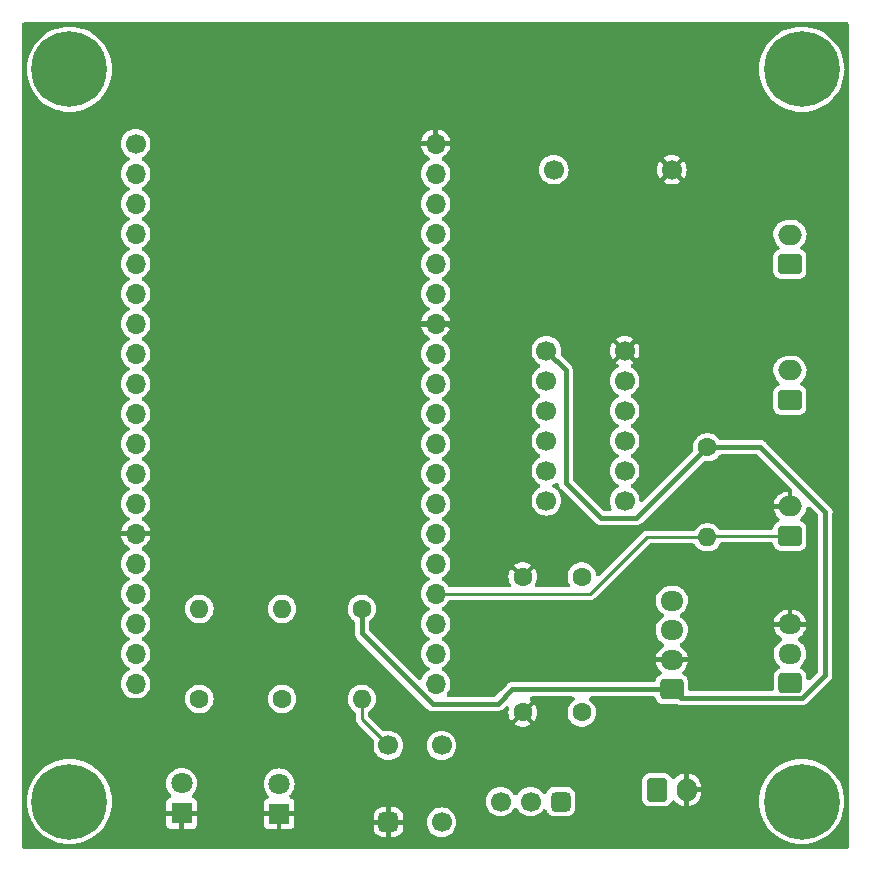
<source format=gbl>
G04 #@! TF.GenerationSoftware,KiCad,Pcbnew,7.0.8*
G04 #@! TF.CreationDate,2023-12-07T12:05:53+09:00*
G04 #@! TF.ProjectId,rat_board,7261745f-626f-4617-9264-2e6b69636164,rev?*
G04 #@! TF.SameCoordinates,Original*
G04 #@! TF.FileFunction,Copper,L2,Bot*
G04 #@! TF.FilePolarity,Positive*
%FSLAX46Y46*%
G04 Gerber Fmt 4.6, Leading zero omitted, Abs format (unit mm)*
G04 Created by KiCad (PCBNEW 7.0.8) date 2023-12-07 12:05:53*
%MOMM*%
%LPD*%
G01*
G04 APERTURE LIST*
G04 Aperture macros list*
%AMRoundRect*
0 Rectangle with rounded corners*
0 $1 Rounding radius*
0 $2 $3 $4 $5 $6 $7 $8 $9 X,Y pos of 4 corners*
0 Add a 4 corners polygon primitive as box body*
4,1,4,$2,$3,$4,$5,$6,$7,$8,$9,$2,$3,0*
0 Add four circle primitives for the rounded corners*
1,1,$1+$1,$2,$3*
1,1,$1+$1,$4,$5*
1,1,$1+$1,$6,$7*
1,1,$1+$1,$8,$9*
0 Add four rect primitives between the rounded corners*
20,1,$1+$1,$2,$3,$4,$5,0*
20,1,$1+$1,$4,$5,$6,$7,0*
20,1,$1+$1,$6,$7,$8,$9,0*
20,1,$1+$1,$8,$9,$2,$3,0*%
G04 Aperture macros list end*
G04 #@! TA.AperFunction,ComponentPad*
%ADD10C,1.700000*%
G04 #@! TD*
G04 #@! TA.AperFunction,ComponentPad*
%ADD11C,1.600000*%
G04 #@! TD*
G04 #@! TA.AperFunction,ComponentPad*
%ADD12O,1.600000X1.600000*%
G04 #@! TD*
G04 #@! TA.AperFunction,ComponentPad*
%ADD13O,1.700000X1.700000*%
G04 #@! TD*
G04 #@! TA.AperFunction,ComponentPad*
%ADD14RoundRect,0.250000X0.725000X-0.600000X0.725000X0.600000X-0.725000X0.600000X-0.725000X-0.600000X0*%
G04 #@! TD*
G04 #@! TA.AperFunction,ComponentPad*
%ADD15O,1.950000X1.700000*%
G04 #@! TD*
G04 #@! TA.AperFunction,ComponentPad*
%ADD16C,6.400000*%
G04 #@! TD*
G04 #@! TA.AperFunction,ComponentPad*
%ADD17RoundRect,0.250000X0.750000X-0.600000X0.750000X0.600000X-0.750000X0.600000X-0.750000X-0.600000X0*%
G04 #@! TD*
G04 #@! TA.AperFunction,ComponentPad*
%ADD18O,2.000000X1.700000*%
G04 #@! TD*
G04 #@! TA.AperFunction,ComponentPad*
%ADD19RoundRect,0.425000X0.425000X-0.425000X0.425000X0.425000X-0.425000X0.425000X-0.425000X-0.425000X0*%
G04 #@! TD*
G04 #@! TA.AperFunction,ComponentPad*
%ADD20RoundRect,0.425000X0.425000X0.425000X-0.425000X0.425000X-0.425000X-0.425000X0.425000X-0.425000X0*%
G04 #@! TD*
G04 #@! TA.AperFunction,ComponentPad*
%ADD21R,1.800000X1.800000*%
G04 #@! TD*
G04 #@! TA.AperFunction,ComponentPad*
%ADD22C,1.800000*%
G04 #@! TD*
G04 #@! TA.AperFunction,ComponentPad*
%ADD23RoundRect,0.250000X-0.600000X-0.750000X0.600000X-0.750000X0.600000X0.750000X-0.600000X0.750000X0*%
G04 #@! TD*
G04 #@! TA.AperFunction,ComponentPad*
%ADD24O,1.700000X2.000000*%
G04 #@! TD*
G04 #@! TA.AperFunction,ViaPad*
%ADD25C,0.800000*%
G04 #@! TD*
G04 #@! TA.AperFunction,Conductor*
%ADD26C,0.250000*%
G04 #@! TD*
G04 #@! TA.AperFunction,Conductor*
%ADD27C,0.400000*%
G04 #@! TD*
G04 APERTURE END LIST*
D10*
X149000000Y-87500000D03*
X159000000Y-87500000D03*
D11*
X162000000Y-111000000D03*
D12*
X162000000Y-118620000D03*
D13*
X139000000Y-85300000D03*
X139000000Y-87840000D03*
X139000000Y-90380000D03*
X139000000Y-92920000D03*
X139000000Y-95460000D03*
X139000000Y-98000000D03*
X139000000Y-100540000D03*
X139000000Y-103080000D03*
X139000000Y-105620000D03*
X139000000Y-108160000D03*
X139000000Y-110700000D03*
X139000000Y-113240000D03*
X139000000Y-115780000D03*
X139000000Y-118320000D03*
X139000000Y-120860000D03*
X139000000Y-123400000D03*
X139000000Y-125940000D03*
X139000000Y-128480000D03*
X139000000Y-131020000D03*
X113600000Y-131020000D03*
X113600000Y-128480000D03*
X113600000Y-125940000D03*
X113600000Y-123400000D03*
X113600000Y-120860000D03*
X113600000Y-118320000D03*
X113600000Y-115780000D03*
X113600000Y-113240000D03*
X113600000Y-110700000D03*
X113600000Y-108160000D03*
X113600000Y-105620000D03*
X113600000Y-103080000D03*
X113600000Y-100540000D03*
X113600000Y-98000000D03*
X113600000Y-95460000D03*
X113600000Y-92920000D03*
X113600000Y-90380000D03*
X113600000Y-87840000D03*
D10*
X113600000Y-85300000D03*
D14*
X159000000Y-131500000D03*
D15*
X159000000Y-129000000D03*
X159000000Y-126500000D03*
X159000000Y-124000000D03*
D16*
X108000000Y-79000000D03*
D11*
X151375000Y-121950000D03*
X146375000Y-121950000D03*
D16*
X108000000Y-141000000D03*
D17*
X169000000Y-118500000D03*
D18*
X169000000Y-116000000D03*
D11*
X119000000Y-132310000D03*
D12*
X119000000Y-124690000D03*
D17*
X169000000Y-95500000D03*
D18*
X169000000Y-93000000D03*
D19*
X135000000Y-142750000D03*
D10*
X135000000Y-136250000D03*
X139500000Y-142750000D03*
X139500000Y-136250000D03*
X155000000Y-115540000D03*
X155000000Y-113000000D03*
X155000000Y-110460000D03*
X155000000Y-107920000D03*
X155000000Y-105380000D03*
X155000000Y-102840000D03*
X148380000Y-102840000D03*
X148380000Y-105380000D03*
X148380000Y-107920000D03*
X148380000Y-110460000D03*
X148380000Y-113000000D03*
X148380000Y-115540000D03*
D20*
X149580000Y-141000000D03*
D10*
X147040000Y-141000000D03*
X144500000Y-141000000D03*
D14*
X169000000Y-131000000D03*
D15*
X169000000Y-128500000D03*
X169000000Y-126000000D03*
D11*
X126000000Y-132310000D03*
D12*
X126000000Y-124690000D03*
D21*
X125750000Y-142040000D03*
D22*
X125750000Y-139500000D03*
D11*
X132750000Y-124690000D03*
D12*
X132750000Y-132310000D03*
D16*
X170000000Y-79000000D03*
X170000000Y-141000000D03*
D17*
X169000000Y-107000000D03*
D18*
X169000000Y-104500000D03*
D23*
X157750000Y-140000000D03*
D24*
X160250000Y-140000000D03*
D21*
X117500000Y-142000000D03*
D22*
X117500000Y-139460000D03*
D11*
X146375000Y-133450000D03*
X151375000Y-133450000D03*
D25*
X130000000Y-132000000D03*
X164000000Y-144000000D03*
X136000000Y-133000000D03*
X153000000Y-114000000D03*
X162000000Y-103000000D03*
X134000000Y-76000000D03*
X105000000Y-135000000D03*
X155000000Y-133000000D03*
X124000000Y-109000000D03*
X122000000Y-88000000D03*
X167000000Y-129000000D03*
X153000000Y-136000000D03*
X114000000Y-76000000D03*
X136000000Y-127000000D03*
X141000000Y-89500000D03*
X144000000Y-144000000D03*
X144000000Y-76000000D03*
X116000000Y-130000000D03*
X166500000Y-92000000D03*
X135000000Y-88000000D03*
X173000000Y-136000000D03*
X154000000Y-76000000D03*
X173000000Y-112000000D03*
X105000000Y-105000000D03*
X142000000Y-128000000D03*
X130000000Y-99000000D03*
X116000000Y-91000000D03*
X142500000Y-97000000D03*
X164000000Y-76000000D03*
X116000000Y-109000000D03*
X173000000Y-85000000D03*
X105000000Y-115000000D03*
X173000000Y-100000000D03*
X105000000Y-125000000D03*
X157000000Y-114000000D03*
X105000000Y-95000000D03*
X116000000Y-120000000D03*
X124000000Y-76000000D03*
X154000000Y-93000000D03*
X154000000Y-144000000D03*
X130000000Y-106000000D03*
X105000000Y-85000000D03*
X130000000Y-123000000D03*
D26*
X169000000Y-118500000D02*
X162120000Y-118500000D01*
X156880000Y-118620000D02*
X162000000Y-118620000D01*
X162120000Y-118500000D02*
X162000000Y-118620000D01*
X152100000Y-123400000D02*
X156880000Y-118620000D01*
X139000000Y-123400000D02*
X152100000Y-123400000D01*
D27*
X162000000Y-111000000D02*
X166500000Y-111000000D01*
X172000000Y-116500000D02*
X172000000Y-130250000D01*
X172000000Y-130250000D02*
X170000000Y-132250000D01*
X153000000Y-117000000D02*
X150000000Y-114000000D01*
X145500000Y-131500000D02*
X144250000Y-132750000D01*
X170000000Y-132250000D02*
X159750000Y-132250000D01*
X156000000Y-117000000D02*
X153000000Y-117000000D01*
X150000000Y-104460000D02*
X148380000Y-102840000D01*
X138750000Y-132750000D02*
X132750000Y-126750000D01*
X144250000Y-132750000D02*
X138750000Y-132750000D01*
X166500000Y-111000000D02*
X172000000Y-116500000D01*
X150000000Y-114000000D02*
X150000000Y-104460000D01*
X162000000Y-111000000D02*
X156000000Y-117000000D01*
X159000000Y-131500000D02*
X145500000Y-131500000D01*
X132750000Y-126750000D02*
X132750000Y-124690000D01*
X159750000Y-132250000D02*
X159000000Y-131500000D01*
X139000000Y-100540000D02*
X137540000Y-100540000D01*
X137540000Y-100540000D02*
X137000000Y-100000000D01*
X140040000Y-100540000D02*
X140500000Y-101000000D01*
X139000000Y-100540000D02*
X140040000Y-100540000D01*
D26*
X132750000Y-134000000D02*
X132750000Y-132310000D01*
X135000000Y-136250000D02*
X132750000Y-134000000D01*
G04 #@! TA.AperFunction,Conductor*
G36*
X170673003Y-116038030D02*
G01*
X170727374Y-116076609D01*
X171341214Y-116690449D01*
X171388333Y-116765437D01*
X171399500Y-116831163D01*
X171399500Y-129918837D01*
X171379793Y-130005180D01*
X171341214Y-130059551D01*
X170715214Y-130685551D01*
X170640226Y-130732670D01*
X170552219Y-130742586D01*
X170468626Y-130713335D01*
X170406002Y-130650711D01*
X170376751Y-130567118D01*
X170375500Y-130544837D01*
X170375500Y-130334308D01*
X170375500Y-130334306D01*
X170372598Y-130297431D01*
X170326744Y-130139602D01*
X170315441Y-130120489D01*
X170243082Y-129998136D01*
X170126863Y-129881917D01*
X169985399Y-129798256D01*
X169979810Y-129795838D01*
X169908395Y-129743461D01*
X169866777Y-129665286D01*
X169863200Y-129576794D01*
X169898372Y-129495515D01*
X169941873Y-129452209D01*
X169951078Y-129445522D01*
X170106632Y-129282825D01*
X170230635Y-129094968D01*
X170319103Y-128887988D01*
X170369191Y-128668537D01*
X170379290Y-128443670D01*
X170349075Y-128220613D01*
X170279517Y-128006536D01*
X170279515Y-128006532D01*
X170279514Y-128006529D01*
X170202203Y-127862863D01*
X170172852Y-127808319D01*
X170079882Y-127691739D01*
X170032510Y-127632336D01*
X169862997Y-127484235D01*
X169862992Y-127484232D01*
X169761314Y-127423483D01*
X169697300Y-127362280D01*
X169666181Y-127279364D01*
X169674120Y-127191157D01*
X169719543Y-127115130D01*
X169761324Y-127081813D01*
X169768719Y-127077394D01*
X169950748Y-126945142D01*
X170106233Y-126782518D01*
X170106245Y-126782503D01*
X170230193Y-126594728D01*
X170230194Y-126594727D01*
X170318623Y-126387836D01*
X170361495Y-126200000D01*
X169436102Y-126200000D01*
X169436519Y-126199351D01*
X169475000Y-126068295D01*
X169475000Y-125931705D01*
X169436519Y-125800649D01*
X169436102Y-125800000D01*
X170359323Y-125800000D01*
X170348584Y-125720726D01*
X170348581Y-125720713D01*
X170279057Y-125506736D01*
X170172430Y-125308592D01*
X170032148Y-125132683D01*
X169862700Y-124984642D01*
X169669548Y-124869238D01*
X169458888Y-124790176D01*
X169237503Y-124750000D01*
X169200000Y-124750000D01*
X169200000Y-125569147D01*
X169135199Y-125539554D01*
X169033975Y-125525000D01*
X168966025Y-125525000D01*
X168864801Y-125539554D01*
X168800000Y-125569147D01*
X168800000Y-124751698D01*
X168799999Y-124751698D01*
X168650908Y-124765116D01*
X168650902Y-124765117D01*
X168434004Y-124824977D01*
X168231283Y-124922602D01*
X168049251Y-125054857D01*
X167893766Y-125217481D01*
X167893754Y-125217496D01*
X167769806Y-125405271D01*
X167769805Y-125405272D01*
X167681376Y-125612163D01*
X167638504Y-125799999D01*
X167638505Y-125800000D01*
X168563898Y-125800000D01*
X168563481Y-125800649D01*
X168525000Y-125931705D01*
X168525000Y-126068295D01*
X168563481Y-126199351D01*
X168563898Y-126200000D01*
X167640676Y-126200000D01*
X167651415Y-126279273D01*
X167651418Y-126279286D01*
X167720942Y-126493263D01*
X167827569Y-126691407D01*
X167967851Y-126867316D01*
X168137299Y-127015357D01*
X168238685Y-127075933D01*
X168302697Y-127137136D01*
X168333816Y-127220052D01*
X168325877Y-127308259D01*
X168280453Y-127384286D01*
X168238687Y-127417594D01*
X168231025Y-127422171D01*
X168048920Y-127554479D01*
X167893373Y-127717168D01*
X167893365Y-127717178D01*
X167769366Y-127905028D01*
X167680896Y-128112014D01*
X167630808Y-128331465D01*
X167624138Y-128480000D01*
X167620710Y-128556330D01*
X167650925Y-128779387D01*
X167650926Y-128779391D01*
X167650927Y-128779394D01*
X167720485Y-128993470D01*
X167827147Y-129191679D01*
X167827149Y-129191682D01*
X167967489Y-129367663D01*
X167967491Y-129367664D01*
X167967492Y-129367666D01*
X168008742Y-129403705D01*
X168075375Y-129461921D01*
X168127431Y-129533571D01*
X168143245Y-129620711D01*
X168119683Y-129706082D01*
X168061414Y-129772777D01*
X168023476Y-129794416D01*
X168014600Y-129798256D01*
X167873136Y-129881917D01*
X167756917Y-129998136D01*
X167673256Y-130139600D01*
X167627402Y-130297430D01*
X167624500Y-130334308D01*
X167624500Y-131450500D01*
X167604793Y-131536843D01*
X167549574Y-131606084D01*
X167469782Y-131644511D01*
X167425500Y-131649500D01*
X160574500Y-131649500D01*
X160488157Y-131629793D01*
X160418916Y-131574574D01*
X160380489Y-131494782D01*
X160375500Y-131450500D01*
X160375500Y-130834308D01*
X160375500Y-130834306D01*
X160372598Y-130797431D01*
X160326744Y-130639602D01*
X160298951Y-130592606D01*
X160243082Y-130498136D01*
X160126863Y-130381917D01*
X159985399Y-130298256D01*
X159979274Y-130295606D01*
X159907860Y-130243228D01*
X159866243Y-130165051D01*
X159862668Y-130076560D01*
X159897841Y-129995281D01*
X159941345Y-129951974D01*
X159950749Y-129945141D01*
X160106233Y-129782518D01*
X160106245Y-129782503D01*
X160230193Y-129594728D01*
X160230194Y-129594727D01*
X160318623Y-129387836D01*
X160361495Y-129200000D01*
X159436102Y-129200000D01*
X159436519Y-129199351D01*
X159475000Y-129068295D01*
X159475000Y-128931705D01*
X159436519Y-128800649D01*
X159436102Y-128800000D01*
X160359323Y-128800000D01*
X160348584Y-128720726D01*
X160348581Y-128720713D01*
X160279057Y-128506736D01*
X160172430Y-128308592D01*
X160032148Y-128132683D01*
X159862700Y-127984642D01*
X159761314Y-127924066D01*
X159697301Y-127862863D01*
X159666183Y-127779946D01*
X159674122Y-127691739D01*
X159719547Y-127615713D01*
X159761325Y-127582398D01*
X159768969Y-127577830D01*
X159768973Y-127577829D01*
X159951078Y-127445522D01*
X160106632Y-127282825D01*
X160230635Y-127094968D01*
X160319103Y-126887988D01*
X160369191Y-126668537D01*
X160379290Y-126443670D01*
X160349075Y-126220613D01*
X160279517Y-126006536D01*
X160279515Y-126006532D01*
X160279514Y-126006529D01*
X160195075Y-125849617D01*
X160172852Y-125808319D01*
X160074855Y-125685435D01*
X160032510Y-125632336D01*
X160009420Y-125612163D01*
X159991258Y-125596295D01*
X159862997Y-125484235D01*
X159862989Y-125484230D01*
X159761803Y-125423774D01*
X159697790Y-125362571D01*
X159666671Y-125279655D01*
X159674610Y-125191448D01*
X159720034Y-125115421D01*
X159761817Y-125082103D01*
X159768962Y-125077834D01*
X159768973Y-125077829D01*
X159951078Y-124945522D01*
X160106632Y-124782825D01*
X160230635Y-124594968D01*
X160319103Y-124387988D01*
X160369191Y-124168537D01*
X160379290Y-123943670D01*
X160349075Y-123720613D01*
X160279517Y-123506536D01*
X160279515Y-123506532D01*
X160279514Y-123506529D01*
X160216835Y-123390053D01*
X160172852Y-123308319D01*
X160072134Y-123182023D01*
X160032510Y-123132336D01*
X159862997Y-122984235D01*
X159862992Y-122984232D01*
X159669761Y-122868783D01*
X159669759Y-122868782D01*
X159459026Y-122789693D01*
X159237547Y-122749500D01*
X158818845Y-122749500D01*
X158763855Y-122754449D01*
X158650819Y-122764622D01*
X158650814Y-122764622D01*
X158650812Y-122764623D01*
X158650809Y-122764623D01*
X158650802Y-122764625D01*
X158433831Y-122824506D01*
X158231024Y-122922172D01*
X158048920Y-123054479D01*
X157893373Y-123217168D01*
X157893365Y-123217178D01*
X157769366Y-123405028D01*
X157680896Y-123612014D01*
X157630808Y-123831465D01*
X157621998Y-124027642D01*
X157620710Y-124056330D01*
X157650925Y-124279387D01*
X157719241Y-124489643D01*
X157720485Y-124493470D01*
X157827147Y-124691679D01*
X157827149Y-124691682D01*
X157967489Y-124867663D01*
X157967491Y-124867664D01*
X157967492Y-124867666D01*
X158017704Y-124911535D01*
X158137002Y-125015764D01*
X158137010Y-125015769D01*
X158238196Y-125076225D01*
X158302209Y-125137427D01*
X158333328Y-125220343D01*
X158325389Y-125308550D01*
X158279965Y-125384577D01*
X158238195Y-125417888D01*
X158231027Y-125422170D01*
X158048920Y-125554479D01*
X157893373Y-125717168D01*
X157893365Y-125717178D01*
X157769366Y-125905028D01*
X157680896Y-126112014D01*
X157630808Y-126331465D01*
X157623933Y-126484563D01*
X157620710Y-126556330D01*
X157650925Y-126779387D01*
X157650926Y-126779391D01*
X157650927Y-126779394D01*
X157720485Y-126993470D01*
X157775106Y-127094971D01*
X157827148Y-127191681D01*
X157849773Y-127220052D01*
X157967489Y-127367663D01*
X157967491Y-127367664D01*
X157967492Y-127367666D01*
X158024523Y-127417493D01*
X158137002Y-127515764D01*
X158137006Y-127515767D01*
X158238685Y-127576516D01*
X158302698Y-127637718D01*
X158333818Y-127720634D01*
X158325880Y-127808841D01*
X158280456Y-127884869D01*
X158238688Y-127918178D01*
X158231288Y-127922599D01*
X158049251Y-128054857D01*
X157893766Y-128217481D01*
X157893754Y-128217496D01*
X157769806Y-128405271D01*
X157769805Y-128405272D01*
X157681376Y-128612163D01*
X157638504Y-128799999D01*
X157638505Y-128800000D01*
X158563898Y-128800000D01*
X158563481Y-128800649D01*
X158525000Y-128931705D01*
X158525000Y-129068295D01*
X158563481Y-129199351D01*
X158563898Y-129200000D01*
X157640676Y-129200000D01*
X157651415Y-129279273D01*
X157651418Y-129279286D01*
X157720942Y-129493263D01*
X157827569Y-129691407D01*
X157967851Y-129867316D01*
X158075883Y-129961700D01*
X158127940Y-130033349D01*
X158143754Y-130120489D01*
X158120193Y-130205861D01*
X158061924Y-130272556D01*
X158023983Y-130294197D01*
X158014599Y-130298257D01*
X157873136Y-130381917D01*
X157756917Y-130498136D01*
X157673256Y-130639600D01*
X157639433Y-130756020D01*
X157596419Y-130833436D01*
X157524075Y-130884523D01*
X157448335Y-130899500D01*
X145545893Y-130899500D01*
X145532893Y-130898648D01*
X145500000Y-130894318D01*
X145460638Y-130899500D01*
X145343244Y-130914954D01*
X145343235Y-130914957D01*
X145197159Y-130975463D01*
X145197152Y-130975467D01*
X145071719Y-131071715D01*
X145051515Y-131098044D01*
X145042926Y-131107837D01*
X144544681Y-131606084D01*
X144059551Y-132091214D01*
X143984563Y-132138333D01*
X143918837Y-132149500D01*
X140117642Y-132149500D01*
X140031299Y-132129793D01*
X139962058Y-132074574D01*
X139923631Y-131994782D01*
X139923631Y-131906218D01*
X139957959Y-131834935D01*
X139956615Y-131833994D01*
X140087100Y-131647642D01*
X140087102Y-131647638D01*
X140179575Y-131449330D01*
X140236207Y-131237977D01*
X140255277Y-131020000D01*
X140236207Y-130802023D01*
X140179575Y-130590670D01*
X140168592Y-130567118D01*
X140087103Y-130392364D01*
X140079789Y-130381919D01*
X139989101Y-130252402D01*
X139961601Y-130213127D01*
X139961599Y-130213125D01*
X139961598Y-130213123D01*
X139806877Y-130058402D01*
X139806876Y-130058401D01*
X139806875Y-130058400D01*
X139627642Y-129932899D01*
X139627638Y-129932897D01*
X139622190Y-129930357D01*
X139552264Y-129876008D01*
X139512844Y-129796702D01*
X139511737Y-129708145D01*
X139549164Y-129627879D01*
X139617710Y-129571800D01*
X139622190Y-129569643D01*
X139623069Y-129569232D01*
X139627639Y-129567102D01*
X139806877Y-129441598D01*
X139961598Y-129286877D01*
X140087102Y-129107639D01*
X140179575Y-128909330D01*
X140236207Y-128697977D01*
X140255277Y-128480000D01*
X140236207Y-128262023D01*
X140179575Y-128050670D01*
X140148785Y-127984642D01*
X140087103Y-127852364D01*
X140056263Y-127808320D01*
X139974633Y-127691739D01*
X139961601Y-127673127D01*
X139961599Y-127673125D01*
X139961598Y-127673123D01*
X139806877Y-127518402D01*
X139806876Y-127518401D01*
X139806875Y-127518400D01*
X139627642Y-127392899D01*
X139627638Y-127392897D01*
X139622190Y-127390357D01*
X139552264Y-127336008D01*
X139512844Y-127256702D01*
X139511737Y-127168145D01*
X139549164Y-127087879D01*
X139617710Y-127031800D01*
X139622190Y-127029643D01*
X139623069Y-127029232D01*
X139627639Y-127027102D01*
X139806877Y-126901598D01*
X139961598Y-126746877D01*
X140087102Y-126567639D01*
X140179575Y-126369330D01*
X140236207Y-126157977D01*
X140255277Y-125940000D01*
X140236207Y-125722023D01*
X140179575Y-125510670D01*
X140130426Y-125405271D01*
X140087103Y-125312364D01*
X140084432Y-125308550D01*
X139961598Y-125133123D01*
X139806877Y-124978402D01*
X139806876Y-124978401D01*
X139806875Y-124978400D01*
X139627642Y-124852899D01*
X139627638Y-124852897D01*
X139622190Y-124850357D01*
X139552264Y-124796008D01*
X139512844Y-124716702D01*
X139511737Y-124628145D01*
X139549164Y-124547879D01*
X139617710Y-124491800D01*
X139622190Y-124489643D01*
X139623069Y-124489232D01*
X139627639Y-124487102D01*
X139806877Y-124361598D01*
X139961598Y-124206877D01*
X140087102Y-124027639D01*
X140087107Y-124027627D01*
X140088616Y-124025015D01*
X140089937Y-124023590D01*
X140092086Y-124020522D01*
X140092509Y-124020818D01*
X140148849Y-123960088D01*
X140231287Y-123927725D01*
X140260964Y-123925500D01*
X152091016Y-123925500D01*
X152154243Y-123927660D01*
X152154243Y-123927659D01*
X152154245Y-123927660D01*
X152193278Y-123918147D01*
X152203293Y-123916244D01*
X152215047Y-123914628D01*
X152243111Y-123910771D01*
X152252491Y-123906696D01*
X152284660Y-123895877D01*
X152294594Y-123893457D01*
X152329615Y-123873764D01*
X152338742Y-123869232D01*
X152352769Y-123863139D01*
X152375609Y-123853219D01*
X152383537Y-123846769D01*
X152411603Y-123827667D01*
X152412964Y-123826901D01*
X152420512Y-123822658D01*
X152448942Y-123794226D01*
X152456483Y-123787421D01*
X152487665Y-123762054D01*
X152493561Y-123753701D01*
X152515422Y-123727746D01*
X157039384Y-119203786D01*
X157114373Y-119156667D01*
X157180098Y-119145500D01*
X160797357Y-119145500D01*
X160883700Y-119165207D01*
X160952941Y-119220426D01*
X160969886Y-119247002D01*
X160970101Y-119246870D01*
X160974945Y-119254694D01*
X161093586Y-119411800D01*
X161109019Y-119432236D01*
X161273438Y-119582124D01*
X161462599Y-119699247D01*
X161670060Y-119779618D01*
X161888757Y-119820500D01*
X161888759Y-119820500D01*
X162111241Y-119820500D01*
X162111243Y-119820500D01*
X162329940Y-119779618D01*
X162537401Y-119699247D01*
X162726562Y-119582124D01*
X162890981Y-119432236D01*
X163025058Y-119254689D01*
X163084259Y-119135797D01*
X163140386Y-119067291D01*
X163220679Y-119029922D01*
X163262396Y-119025500D01*
X167404512Y-119025500D01*
X167490855Y-119045207D01*
X167560096Y-119100426D01*
X167598523Y-119180218D01*
X167600412Y-119192591D01*
X167600574Y-119192562D01*
X167602401Y-119202567D01*
X167648256Y-119360399D01*
X167731917Y-119501863D01*
X167848136Y-119618082D01*
X167989600Y-119701743D01*
X167989602Y-119701744D01*
X168147431Y-119747598D01*
X168184306Y-119750500D01*
X168184308Y-119750500D01*
X169815692Y-119750500D01*
X169815694Y-119750500D01*
X169852569Y-119747598D01*
X170010398Y-119701744D01*
X170151865Y-119618081D01*
X170268081Y-119501865D01*
X170351744Y-119360398D01*
X170397598Y-119202569D01*
X170400500Y-119165694D01*
X170400500Y-117834306D01*
X170397598Y-117797431D01*
X170351744Y-117639602D01*
X170319478Y-117585043D01*
X170268082Y-117498136D01*
X170151863Y-117381917D01*
X170010399Y-117298256D01*
X170004274Y-117295606D01*
X169932860Y-117243228D01*
X169891243Y-117165051D01*
X169887668Y-117076560D01*
X169922841Y-116995281D01*
X169966345Y-116951974D01*
X169975749Y-116945141D01*
X170131233Y-116782518D01*
X170131245Y-116782503D01*
X170255193Y-116594728D01*
X170255194Y-116594727D01*
X170343624Y-116387834D01*
X170392649Y-116173042D01*
X170431075Y-116093249D01*
X170500317Y-116038030D01*
X170586660Y-116018323D01*
X170673003Y-116038030D01*
G37*
G04 #@! TD.AperFunction*
G04 #@! TA.AperFunction,Conductor*
G36*
X107999612Y-75018764D02*
G01*
X108003570Y-75015934D01*
X108080411Y-75000500D01*
X169919589Y-75000500D01*
X169999612Y-75018764D01*
X170003570Y-75015934D01*
X170080411Y-75000500D01*
X173800500Y-75000500D01*
X173886843Y-75020207D01*
X173956084Y-75075426D01*
X173994511Y-75155218D01*
X173999500Y-75199500D01*
X173999500Y-78919588D01*
X173981235Y-78999611D01*
X173984066Y-79003570D01*
X173999500Y-79080411D01*
X173999500Y-140919588D01*
X173981235Y-140999611D01*
X173984066Y-141003570D01*
X173999500Y-141080411D01*
X173999500Y-144800500D01*
X173979793Y-144886843D01*
X173924574Y-144956084D01*
X173844782Y-144994511D01*
X173800500Y-144999500D01*
X170080411Y-144999500D01*
X170000387Y-144981235D01*
X169996430Y-144984066D01*
X169919589Y-144999500D01*
X108080411Y-144999500D01*
X108000387Y-144981235D01*
X107996430Y-144984066D01*
X107919589Y-144999500D01*
X104199500Y-144999500D01*
X104113157Y-144979793D01*
X104043916Y-144924574D01*
X104005489Y-144844782D01*
X104000500Y-144800500D01*
X104000500Y-141080411D01*
X104018764Y-141000387D01*
X104015934Y-140996429D01*
X104015920Y-140996357D01*
X104379379Y-140996357D01*
X104398227Y-141069996D01*
X104414308Y-141376855D01*
X104414309Y-141376869D01*
X104473345Y-141749605D01*
X104473349Y-141749622D01*
X104571019Y-142114136D01*
X104571023Y-142114147D01*
X104706260Y-142466452D01*
X104706270Y-142466473D01*
X104739671Y-142532027D01*
X104877597Y-142802721D01*
X105083137Y-143119225D01*
X105320635Y-143412511D01*
X105587489Y-143679365D01*
X105880775Y-143916863D01*
X106197279Y-144122403D01*
X106533535Y-144293734D01*
X106533542Y-144293736D01*
X106533547Y-144293739D01*
X106885852Y-144428976D01*
X106885863Y-144428980D01*
X107086475Y-144482733D01*
X107250387Y-144526653D01*
X107623129Y-144585690D01*
X107623132Y-144585690D01*
X107623144Y-144585691D01*
X107930004Y-144601773D01*
X107996358Y-144620620D01*
X108069996Y-144601773D01*
X108376855Y-144585691D01*
X108376863Y-144585690D01*
X108376871Y-144585690D01*
X108749613Y-144526653D01*
X109114143Y-144428978D01*
X109466465Y-144293734D01*
X109802721Y-144122403D01*
X110119225Y-143916863D01*
X110412511Y-143679365D01*
X110679365Y-143412511D01*
X110916863Y-143119225D01*
X111122403Y-142802721D01*
X111293734Y-142466465D01*
X111428978Y-142114143D01*
X111526653Y-141749613D01*
X111585690Y-141376871D01*
X111587007Y-141351743D01*
X111605441Y-141000005D01*
X111605441Y-140999994D01*
X111585691Y-140623144D01*
X111585690Y-140623130D01*
X111566195Y-140500047D01*
X111526653Y-140250387D01*
X111469851Y-140038398D01*
X111428980Y-139885863D01*
X111428976Y-139885852D01*
X111293739Y-139533547D01*
X111293736Y-139533542D01*
X111293734Y-139533535D01*
X111256266Y-139460000D01*
X116194532Y-139460000D01*
X116214365Y-139686692D01*
X116214367Y-139686704D01*
X116273258Y-139906490D01*
X116273261Y-139906496D01*
X116369432Y-140112734D01*
X116499953Y-140299139D01*
X116499954Y-140299140D01*
X116499955Y-140299141D01*
X116579211Y-140378397D01*
X116626330Y-140453385D01*
X116636246Y-140541392D01*
X116606995Y-140624985D01*
X116544371Y-140687609D01*
X116489203Y-140708316D01*
X116489749Y-140709994D01*
X116474852Y-140714834D01*
X116361954Y-140772358D01*
X116272358Y-140861954D01*
X116214835Y-140974849D01*
X116214834Y-140974851D01*
X116200000Y-141068519D01*
X116200000Y-141800000D01*
X117095855Y-141800000D01*
X117076375Y-141833740D01*
X117046190Y-141965992D01*
X117056327Y-142101265D01*
X117095078Y-142200000D01*
X116200001Y-142200000D01*
X116200001Y-142931476D01*
X116214835Y-143025149D01*
X116272358Y-143138045D01*
X116361954Y-143227641D01*
X116474849Y-143285164D01*
X116474851Y-143285165D01*
X116568518Y-143299999D01*
X117299999Y-143299999D01*
X117300000Y-143299998D01*
X117300000Y-142408279D01*
X117302547Y-142410016D01*
X117432173Y-142450000D01*
X117533724Y-142450000D01*
X117634138Y-142434865D01*
X117700000Y-142403147D01*
X117700000Y-143299999D01*
X118431477Y-143299999D01*
X118525149Y-143285164D01*
X118638045Y-143227641D01*
X118727641Y-143138045D01*
X118785164Y-143025150D01*
X118785165Y-143025148D01*
X118800000Y-142931480D01*
X118800000Y-142200000D01*
X117904145Y-142200000D01*
X117923625Y-142166260D01*
X117953810Y-142034008D01*
X117943673Y-141898735D01*
X117904922Y-141800000D01*
X118799999Y-141800000D01*
X118799999Y-141068523D01*
X118785164Y-140974850D01*
X118727641Y-140861954D01*
X118638045Y-140772358D01*
X118525150Y-140714835D01*
X118510255Y-140709996D01*
X118510945Y-140707870D01*
X118448171Y-140682688D01*
X118388421Y-140617317D01*
X118362952Y-140532495D01*
X118376807Y-140445022D01*
X118420786Y-140378399D01*
X118500047Y-140299139D01*
X118630568Y-140112734D01*
X118726739Y-139906496D01*
X118732270Y-139885857D01*
X118785632Y-139686704D01*
X118785632Y-139686701D01*
X118785635Y-139686692D01*
X118801968Y-139500000D01*
X124444532Y-139500000D01*
X124464365Y-139726692D01*
X124464367Y-139726704D01*
X124523258Y-139946490D01*
X124523261Y-139946496D01*
X124619432Y-140152734D01*
X124749953Y-140339139D01*
X124749954Y-140339140D01*
X124749955Y-140339141D01*
X124829211Y-140418397D01*
X124876330Y-140493385D01*
X124886246Y-140581392D01*
X124856995Y-140664985D01*
X124794371Y-140727609D01*
X124739203Y-140748316D01*
X124739749Y-140749994D01*
X124724852Y-140754834D01*
X124611954Y-140812358D01*
X124522358Y-140901954D01*
X124464835Y-141014849D01*
X124464834Y-141014851D01*
X124450000Y-141108519D01*
X124450000Y-141840000D01*
X125345855Y-141840000D01*
X125326375Y-141873740D01*
X125296190Y-142005992D01*
X125306327Y-142141265D01*
X125345078Y-142240000D01*
X124450001Y-142240000D01*
X124450001Y-142971476D01*
X124464835Y-143065149D01*
X124522358Y-143178045D01*
X124611954Y-143267641D01*
X124724849Y-143325164D01*
X124724851Y-143325165D01*
X124818518Y-143339999D01*
X125549999Y-143339999D01*
X125550000Y-143339998D01*
X125550000Y-142448279D01*
X125552547Y-142450016D01*
X125682173Y-142490000D01*
X125783724Y-142490000D01*
X125884138Y-142474865D01*
X125950000Y-142443147D01*
X125950000Y-143339999D01*
X126681477Y-143339999D01*
X126775149Y-143325164D01*
X126888045Y-143267641D01*
X126908941Y-143246745D01*
X133750000Y-143246745D01*
X133752731Y-143287029D01*
X133752732Y-143287033D01*
X133796040Y-143461175D01*
X133875768Y-143621934D01*
X133875774Y-143621944D01*
X133988195Y-143761802D01*
X133988197Y-143761804D01*
X134128055Y-143874225D01*
X134128065Y-143874231D01*
X134288824Y-143953959D01*
X134462966Y-143997267D01*
X134462970Y-143997268D01*
X134503255Y-144000000D01*
X134800000Y-144000000D01*
X134800000Y-143208335D01*
X134857685Y-143234680D01*
X134964237Y-143250000D01*
X135035763Y-143250000D01*
X135142315Y-143234680D01*
X135200000Y-143208335D01*
X135200000Y-144000000D01*
X135496745Y-144000000D01*
X135537029Y-143997268D01*
X135537033Y-143997267D01*
X135711175Y-143953959D01*
X135871934Y-143874231D01*
X135871944Y-143874225D01*
X136011802Y-143761804D01*
X136011804Y-143761802D01*
X136124225Y-143621944D01*
X136124231Y-143621934D01*
X136203959Y-143461175D01*
X136247267Y-143287033D01*
X136247268Y-143287029D01*
X136250000Y-143246745D01*
X136250000Y-142950000D01*
X135462383Y-142950000D01*
X135500000Y-142821889D01*
X135500000Y-142750000D01*
X138244723Y-142750000D01*
X138263792Y-142967972D01*
X138263793Y-142967979D01*
X138320424Y-143179328D01*
X138320427Y-143179335D01*
X138412897Y-143377638D01*
X138412899Y-143377642D01*
X138538403Y-143556879D01*
X138693120Y-143711596D01*
X138872357Y-143837100D01*
X138872361Y-143837102D01*
X139070670Y-143929575D01*
X139282023Y-143986207D01*
X139500000Y-144005277D01*
X139717977Y-143986207D01*
X139929330Y-143929575D01*
X140127639Y-143837102D01*
X140306877Y-143711598D01*
X140461598Y-143556877D01*
X140587102Y-143377639D01*
X140679575Y-143179330D01*
X140736207Y-142967977D01*
X140755277Y-142750000D01*
X140736207Y-142532023D01*
X140679575Y-142320670D01*
X140654800Y-142267541D01*
X140587103Y-142122364D01*
X140581349Y-142114147D01*
X140461598Y-141943123D01*
X140306877Y-141788402D01*
X140306876Y-141788401D01*
X140306875Y-141788400D01*
X140127642Y-141662899D01*
X140127638Y-141662897D01*
X139929335Y-141570427D01*
X139929328Y-141570424D01*
X139717979Y-141513793D01*
X139717972Y-141513792D01*
X139500000Y-141494723D01*
X139282027Y-141513792D01*
X139282020Y-141513793D01*
X139070671Y-141570424D01*
X139070665Y-141570426D01*
X138872364Y-141662896D01*
X138693127Y-141788398D01*
X138693119Y-141788405D01*
X138538405Y-141943119D01*
X138538398Y-141943127D01*
X138412896Y-142122364D01*
X138320426Y-142320665D01*
X138320424Y-142320671D01*
X138263793Y-142532020D01*
X138263792Y-142532027D01*
X138244723Y-142750000D01*
X135500000Y-142750000D01*
X135500000Y-142678111D01*
X135462383Y-142550000D01*
X136250000Y-142550000D01*
X136250000Y-142253255D01*
X136247268Y-142212970D01*
X136247267Y-142212966D01*
X136203959Y-142038824D01*
X136124231Y-141878065D01*
X136124225Y-141878055D01*
X136011804Y-141738197D01*
X136011802Y-141738195D01*
X135871944Y-141625774D01*
X135871934Y-141625768D01*
X135711175Y-141546040D01*
X135537033Y-141502732D01*
X135537029Y-141502731D01*
X135496745Y-141500000D01*
X135200000Y-141500000D01*
X135200000Y-142291664D01*
X135142315Y-142265320D01*
X135035763Y-142250000D01*
X134964237Y-142250000D01*
X134857685Y-142265320D01*
X134800000Y-142291664D01*
X134800000Y-141500000D01*
X134503255Y-141500000D01*
X134462970Y-141502731D01*
X134462966Y-141502732D01*
X134288824Y-141546040D01*
X134128065Y-141625768D01*
X134128055Y-141625774D01*
X133988197Y-141738195D01*
X133988195Y-141738197D01*
X133875774Y-141878055D01*
X133875768Y-141878065D01*
X133796040Y-142038824D01*
X133752732Y-142212966D01*
X133752731Y-142212970D01*
X133750000Y-142253255D01*
X133750000Y-142550000D01*
X134537617Y-142550000D01*
X134500000Y-142678111D01*
X134500000Y-142821889D01*
X134537617Y-142950000D01*
X133750000Y-142950000D01*
X133750000Y-143246745D01*
X126908941Y-143246745D01*
X126977641Y-143178045D01*
X127035164Y-143065150D01*
X127035165Y-143065148D01*
X127050000Y-142971480D01*
X127050000Y-142240000D01*
X126154145Y-142240000D01*
X126173625Y-142206260D01*
X126203810Y-142074008D01*
X126193673Y-141938735D01*
X126154922Y-141840000D01*
X127049999Y-141840000D01*
X127049999Y-141108523D01*
X127035164Y-141014850D01*
X127027598Y-141000000D01*
X143244723Y-141000000D01*
X143263792Y-141217972D01*
X143263793Y-141217979D01*
X143320424Y-141429328D01*
X143320427Y-141429335D01*
X143412897Y-141627638D01*
X143412899Y-141627642D01*
X143538403Y-141806879D01*
X143693120Y-141961596D01*
X143872357Y-142087100D01*
X143872361Y-142087102D01*
X144070670Y-142179575D01*
X144282023Y-142236207D01*
X144500000Y-142255277D01*
X144717977Y-142236207D01*
X144929330Y-142179575D01*
X145127639Y-142087102D01*
X145306877Y-141961598D01*
X145461598Y-141806877D01*
X145587102Y-141627639D01*
X145589643Y-141622190D01*
X145643992Y-141552264D01*
X145723298Y-141512844D01*
X145811855Y-141511737D01*
X145892121Y-141549164D01*
X145948200Y-141617710D01*
X145950357Y-141622190D01*
X145952897Y-141627638D01*
X145952899Y-141627642D01*
X146078403Y-141806879D01*
X146233120Y-141961596D01*
X146412357Y-142087100D01*
X146412361Y-142087102D01*
X146610670Y-142179575D01*
X146822023Y-142236207D01*
X147040000Y-142255277D01*
X147257977Y-142236207D01*
X147469330Y-142179575D01*
X147667639Y-142087102D01*
X147846877Y-141961598D01*
X148001598Y-141806877D01*
X148055929Y-141729283D01*
X148121597Y-141669859D01*
X148206544Y-141644812D01*
X148293947Y-141659102D01*
X148366494Y-141709899D01*
X148397217Y-141755004D01*
X148455347Y-141872210D01*
X148505476Y-141934573D01*
X148567840Y-142012159D01*
X148630204Y-142062288D01*
X148707790Y-142124653D01*
X148868651Y-142204433D01*
X149042900Y-142247766D01*
X149080481Y-142250314D01*
X149083215Y-142250500D01*
X149083216Y-142250500D01*
X150076785Y-142250500D01*
X150079345Y-142250326D01*
X150117100Y-142247766D01*
X150291349Y-142204433D01*
X150452210Y-142124653D01*
X150592159Y-142012159D01*
X150704653Y-141872210D01*
X150784433Y-141711349D01*
X150827766Y-141537100D01*
X150830500Y-141496784D01*
X150830500Y-140815692D01*
X156499500Y-140815692D01*
X156502402Y-140852569D01*
X156548256Y-141010399D01*
X156631917Y-141151863D01*
X156748136Y-141268082D01*
X156808967Y-141304057D01*
X156889602Y-141351744D01*
X157047431Y-141397598D01*
X157084306Y-141400500D01*
X157084308Y-141400500D01*
X158415692Y-141400500D01*
X158415694Y-141400500D01*
X158452569Y-141397598D01*
X158610398Y-141351744D01*
X158751865Y-141268081D01*
X158868081Y-141151865D01*
X158951744Y-141010398D01*
X158951746Y-141010390D01*
X158954390Y-141004283D01*
X159006764Y-140932866D01*
X159084939Y-140891246D01*
X159173429Y-140887666D01*
X159254710Y-140922836D01*
X159298020Y-140966338D01*
X159304857Y-140975748D01*
X159467481Y-141131233D01*
X159467496Y-141131245D01*
X159655271Y-141255193D01*
X159655272Y-141255194D01*
X159862163Y-141343623D01*
X160049999Y-141386495D01*
X160050000Y-141386495D01*
X160050000Y-140458335D01*
X160107685Y-140484680D01*
X160214237Y-140500000D01*
X160285763Y-140500000D01*
X160392315Y-140484680D01*
X160450000Y-140458335D01*
X160450000Y-141384323D01*
X160529272Y-141373586D01*
X160529273Y-141373585D01*
X160743263Y-141304057D01*
X160941407Y-141197430D01*
X161117316Y-141057148D01*
X161167240Y-141000005D01*
X166394559Y-141000005D01*
X166414308Y-141376855D01*
X166414309Y-141376869D01*
X166473345Y-141749605D01*
X166473349Y-141749622D01*
X166571019Y-142114136D01*
X166571023Y-142114147D01*
X166706260Y-142466452D01*
X166706270Y-142466473D01*
X166739671Y-142532027D01*
X166877597Y-142802721D01*
X167083137Y-143119225D01*
X167320635Y-143412511D01*
X167587489Y-143679365D01*
X167880775Y-143916863D01*
X168197279Y-144122403D01*
X168533535Y-144293734D01*
X168533542Y-144293736D01*
X168533547Y-144293739D01*
X168885852Y-144428976D01*
X168885863Y-144428980D01*
X169086475Y-144482733D01*
X169250387Y-144526653D01*
X169623129Y-144585690D01*
X169623132Y-144585690D01*
X169623144Y-144585691D01*
X169930004Y-144601773D01*
X169996358Y-144620620D01*
X170069996Y-144601773D01*
X170376855Y-144585691D01*
X170376863Y-144585690D01*
X170376871Y-144585690D01*
X170749613Y-144526653D01*
X171114143Y-144428978D01*
X171466465Y-144293734D01*
X171802721Y-144122403D01*
X172119225Y-143916863D01*
X172412511Y-143679365D01*
X172679365Y-143412511D01*
X172916863Y-143119225D01*
X173122403Y-142802721D01*
X173293734Y-142466465D01*
X173428978Y-142114143D01*
X173526653Y-141749613D01*
X173585690Y-141376871D01*
X173587007Y-141351743D01*
X173601773Y-141069996D01*
X173620620Y-141003641D01*
X173601773Y-140930003D01*
X173585691Y-140623144D01*
X173585690Y-140623130D01*
X173566195Y-140500047D01*
X173526653Y-140250387D01*
X173469851Y-140038398D01*
X173428980Y-139885863D01*
X173428976Y-139885852D01*
X173293739Y-139533547D01*
X173293736Y-139533542D01*
X173293734Y-139533535D01*
X173215282Y-139379566D01*
X173122404Y-139197281D01*
X173122400Y-139197274D01*
X172916861Y-138880772D01*
X172679364Y-138587488D01*
X172412511Y-138320635D01*
X172281278Y-138214365D01*
X172119225Y-138083137D01*
X171802721Y-137877597D01*
X171802718Y-137877595D01*
X171466473Y-137706270D01*
X171466452Y-137706260D01*
X171114147Y-137571023D01*
X171114136Y-137571019D01*
X170749622Y-137473349D01*
X170749605Y-137473345D01*
X170376869Y-137414309D01*
X170376855Y-137414308D01*
X170000005Y-137394559D01*
X169999995Y-137394559D01*
X169623144Y-137414308D01*
X169623130Y-137414309D01*
X169250394Y-137473345D01*
X169250377Y-137473349D01*
X168885863Y-137571019D01*
X168885852Y-137571023D01*
X168533547Y-137706260D01*
X168533526Y-137706270D01*
X168197281Y-137877595D01*
X168197274Y-137877599D01*
X167880772Y-138083138D01*
X167587488Y-138320635D01*
X167320635Y-138587488D01*
X167083138Y-138880772D01*
X166877599Y-139197274D01*
X166877595Y-139197281D01*
X166706270Y-139533526D01*
X166706260Y-139533547D01*
X166571023Y-139885852D01*
X166571019Y-139885863D01*
X166473349Y-140250377D01*
X166473345Y-140250394D01*
X166414309Y-140623130D01*
X166414308Y-140623144D01*
X166394559Y-140999994D01*
X166394559Y-141000005D01*
X161167240Y-141000005D01*
X161265357Y-140887700D01*
X161380761Y-140694548D01*
X161459823Y-140483888D01*
X161500000Y-140262502D01*
X161500000Y-140200000D01*
X160712383Y-140200000D01*
X160750000Y-140071889D01*
X160750000Y-139928111D01*
X160712383Y-139800000D01*
X161500000Y-139800000D01*
X161500000Y-139793870D01*
X161484883Y-139625908D01*
X161484882Y-139625902D01*
X161425022Y-139409004D01*
X161327397Y-139206283D01*
X161195142Y-139024251D01*
X161032518Y-138868766D01*
X161032503Y-138868754D01*
X160844728Y-138744806D01*
X160844727Y-138744805D01*
X160637830Y-138656374D01*
X160450000Y-138613502D01*
X160450000Y-139541664D01*
X160392315Y-139515320D01*
X160285763Y-139500000D01*
X160214237Y-139500000D01*
X160107685Y-139515320D01*
X160050000Y-139541664D01*
X160050000Y-138615676D01*
X159970726Y-138626415D01*
X159970713Y-138626418D01*
X159756736Y-138695942D01*
X159558592Y-138802569D01*
X159382682Y-138942852D01*
X159288298Y-139050884D01*
X159216649Y-139102940D01*
X159129509Y-139118754D01*
X159044137Y-139095192D01*
X158977443Y-139036923D01*
X158955799Y-138998976D01*
X158951745Y-138989608D01*
X158951744Y-138989602D01*
X158924096Y-138942852D01*
X158868082Y-138848136D01*
X158751863Y-138731917D01*
X158610399Y-138648256D01*
X158452569Y-138602402D01*
X158415694Y-138599500D01*
X157084306Y-138599500D01*
X157059722Y-138601434D01*
X157047430Y-138602402D01*
X156889600Y-138648256D01*
X156748136Y-138731917D01*
X156631917Y-138848136D01*
X156548256Y-138989600D01*
X156502402Y-139147430D01*
X156499500Y-139184308D01*
X156499500Y-140815692D01*
X150830500Y-140815692D01*
X150830500Y-140503216D01*
X150827766Y-140462900D01*
X150784433Y-140288651D01*
X150704653Y-140127790D01*
X150642288Y-140050204D01*
X150592159Y-139987840D01*
X150498927Y-139912899D01*
X150452210Y-139875347D01*
X150291349Y-139795567D01*
X150291347Y-139795566D01*
X150291346Y-139795566D01*
X150117100Y-139752234D01*
X150076785Y-139749500D01*
X150076784Y-139749500D01*
X149083216Y-139749500D01*
X149083215Y-139749500D01*
X149042899Y-139752234D01*
X148868653Y-139795566D01*
X148707791Y-139875346D01*
X148707790Y-139875347D01*
X148567840Y-139987840D01*
X148455347Y-140127790D01*
X148455346Y-140127791D01*
X148442976Y-140152733D01*
X148397218Y-140244994D01*
X148341202Y-140313589D01*
X148260968Y-140351086D01*
X148172411Y-140350059D01*
X148093069Y-140310709D01*
X148055929Y-140270716D01*
X148001601Y-140193127D01*
X148001599Y-140193125D01*
X148001598Y-140193123D01*
X147846877Y-140038402D01*
X147846876Y-140038401D01*
X147846875Y-140038400D01*
X147667642Y-139912899D01*
X147667638Y-139912897D01*
X147469335Y-139820427D01*
X147469328Y-139820424D01*
X147257979Y-139763793D01*
X147257972Y-139763792D01*
X147040000Y-139744723D01*
X146822027Y-139763792D01*
X146822020Y-139763793D01*
X146610671Y-139820424D01*
X146610665Y-139820426D01*
X146412364Y-139912896D01*
X146233127Y-140038398D01*
X146233119Y-140038405D01*
X146078405Y-140193119D01*
X146078398Y-140193127D01*
X145952898Y-140372362D01*
X145950355Y-140377816D01*
X145896004Y-140447740D01*
X145816696Y-140487158D01*
X145728140Y-140488261D01*
X145647874Y-140450833D01*
X145591797Y-140382285D01*
X145589645Y-140377816D01*
X145587102Y-140372362D01*
X145461598Y-140193123D01*
X145306877Y-140038402D01*
X145306876Y-140038401D01*
X145306875Y-140038400D01*
X145127642Y-139912899D01*
X145127638Y-139912897D01*
X144929335Y-139820427D01*
X144929328Y-139820424D01*
X144717979Y-139763793D01*
X144717972Y-139763792D01*
X144500000Y-139744723D01*
X144282027Y-139763792D01*
X144282020Y-139763793D01*
X144070671Y-139820424D01*
X144070665Y-139820426D01*
X143872364Y-139912896D01*
X143693127Y-140038398D01*
X143693119Y-140038405D01*
X143538405Y-140193119D01*
X143538398Y-140193127D01*
X143412896Y-140372364D01*
X143320426Y-140570665D01*
X143320424Y-140570671D01*
X143263793Y-140782020D01*
X143263792Y-140782027D01*
X143244723Y-141000000D01*
X127027598Y-141000000D01*
X126977641Y-140901954D01*
X126888045Y-140812358D01*
X126775150Y-140754835D01*
X126760255Y-140749996D01*
X126760945Y-140747870D01*
X126698171Y-140722688D01*
X126638421Y-140657317D01*
X126612952Y-140572495D01*
X126626807Y-140485022D01*
X126670786Y-140418399D01*
X126750047Y-140339139D01*
X126880568Y-140152734D01*
X126976739Y-139946496D01*
X126981666Y-139928111D01*
X127035632Y-139726704D01*
X127035632Y-139726701D01*
X127035635Y-139726692D01*
X127055468Y-139500000D01*
X127035635Y-139273308D01*
X127035632Y-139273295D01*
X126976741Y-139053509D01*
X126963098Y-139024251D01*
X126880568Y-138847266D01*
X126750047Y-138660861D01*
X126589139Y-138499953D01*
X126402734Y-138369432D01*
X126196496Y-138273261D01*
X126196497Y-138273261D01*
X126196490Y-138273258D01*
X125976704Y-138214367D01*
X125976692Y-138214365D01*
X125750000Y-138194532D01*
X125523307Y-138214365D01*
X125523295Y-138214367D01*
X125303509Y-138273258D01*
X125097266Y-138369432D01*
X124910858Y-138499955D01*
X124749955Y-138660858D01*
X124619432Y-138847266D01*
X124523258Y-139053509D01*
X124464367Y-139273295D01*
X124464365Y-139273307D01*
X124444532Y-139500000D01*
X118801968Y-139500000D01*
X118805468Y-139460000D01*
X118785635Y-139233308D01*
X118775982Y-139197281D01*
X118726741Y-139013509D01*
X118693793Y-138942852D01*
X118630568Y-138807266D01*
X118500047Y-138620861D01*
X118339139Y-138459953D01*
X118152734Y-138329432D01*
X117946496Y-138233261D01*
X117946497Y-138233261D01*
X117946490Y-138233258D01*
X117726704Y-138174367D01*
X117726692Y-138174365D01*
X117500000Y-138154532D01*
X117273307Y-138174365D01*
X117273295Y-138174367D01*
X117053509Y-138233258D01*
X116847266Y-138329432D01*
X116660858Y-138459955D01*
X116499955Y-138620858D01*
X116369432Y-138807266D01*
X116273258Y-139013509D01*
X116214367Y-139233295D01*
X116214365Y-139233307D01*
X116194532Y-139460000D01*
X111256266Y-139460000D01*
X111215282Y-139379566D01*
X111122404Y-139197281D01*
X111122400Y-139197274D01*
X110916861Y-138880772D01*
X110679364Y-138587488D01*
X110412511Y-138320635D01*
X110281278Y-138214365D01*
X110119225Y-138083137D01*
X109802721Y-137877597D01*
X109802718Y-137877595D01*
X109466473Y-137706270D01*
X109466452Y-137706260D01*
X109114147Y-137571023D01*
X109114136Y-137571019D01*
X108749622Y-137473349D01*
X108749605Y-137473345D01*
X108376869Y-137414309D01*
X108376855Y-137414308D01*
X108000005Y-137394559D01*
X107999995Y-137394559D01*
X107623144Y-137414308D01*
X107623130Y-137414309D01*
X107250394Y-137473345D01*
X107250377Y-137473349D01*
X106885863Y-137571019D01*
X106885852Y-137571023D01*
X106533547Y-137706260D01*
X106533526Y-137706270D01*
X106197281Y-137877595D01*
X106197274Y-137877599D01*
X105880772Y-138083138D01*
X105587488Y-138320635D01*
X105320635Y-138587488D01*
X105083138Y-138880772D01*
X104877599Y-139197274D01*
X104877595Y-139197281D01*
X104706270Y-139533526D01*
X104706260Y-139533547D01*
X104571023Y-139885852D01*
X104571019Y-139885863D01*
X104473349Y-140250377D01*
X104473345Y-140250394D01*
X104414309Y-140623130D01*
X104414308Y-140623144D01*
X104398227Y-140930003D01*
X104379379Y-140996357D01*
X104015920Y-140996357D01*
X104000500Y-140919588D01*
X104000500Y-132310001D01*
X117794357Y-132310001D01*
X117803297Y-132406484D01*
X117812135Y-132501863D01*
X117814885Y-132531535D01*
X117814885Y-132531539D01*
X117856638Y-132678283D01*
X117875771Y-132745528D01*
X117930621Y-132855681D01*
X117974941Y-132944687D01*
X117974945Y-132944694D01*
X118086594Y-133092541D01*
X118109019Y-133122236D01*
X118273438Y-133272124D01*
X118462599Y-133389247D01*
X118670060Y-133469618D01*
X118888757Y-133510500D01*
X118888759Y-133510500D01*
X119111241Y-133510500D01*
X119111243Y-133510500D01*
X119329940Y-133469618D01*
X119537401Y-133389247D01*
X119726562Y-133272124D01*
X119890981Y-133122236D01*
X120025058Y-132944689D01*
X120124229Y-132745528D01*
X120185115Y-132531536D01*
X120205643Y-132310001D01*
X124794357Y-132310001D01*
X124803297Y-132406484D01*
X124812135Y-132501863D01*
X124814885Y-132531535D01*
X124814885Y-132531539D01*
X124856638Y-132678283D01*
X124875771Y-132745528D01*
X124930621Y-132855681D01*
X124974941Y-132944687D01*
X124974945Y-132944694D01*
X125086594Y-133092541D01*
X125109019Y-133122236D01*
X125273438Y-133272124D01*
X125462599Y-133389247D01*
X125670060Y-133469618D01*
X125888757Y-133510500D01*
X125888759Y-133510500D01*
X126111241Y-133510500D01*
X126111243Y-133510500D01*
X126329940Y-133469618D01*
X126537401Y-133389247D01*
X126726562Y-133272124D01*
X126890981Y-133122236D01*
X127025058Y-132944689D01*
X127124229Y-132745528D01*
X127185115Y-132531536D01*
X127205643Y-132310001D01*
X131544357Y-132310001D01*
X131553297Y-132406484D01*
X131562135Y-132501863D01*
X131564885Y-132531535D01*
X131564885Y-132531539D01*
X131606638Y-132678283D01*
X131625771Y-132745528D01*
X131680621Y-132855681D01*
X131724941Y-132944687D01*
X131724945Y-132944694D01*
X131836594Y-133092541D01*
X131859019Y-133122236D01*
X132023438Y-133272124D01*
X132130260Y-133338265D01*
X132193295Y-133400473D01*
X132223097Y-133483872D01*
X132224500Y-133507458D01*
X132224500Y-133991016D01*
X132222339Y-134054242D01*
X132222340Y-134054245D01*
X132231852Y-134093282D01*
X132233755Y-134103294D01*
X132239228Y-134143108D01*
X132239229Y-134143111D01*
X132243310Y-134152508D01*
X132254121Y-134184657D01*
X132256542Y-134194591D01*
X132256545Y-134194598D01*
X132276233Y-134229614D01*
X132280768Y-134238744D01*
X132296781Y-134275609D01*
X132303233Y-134283539D01*
X132322329Y-134311597D01*
X132327342Y-134320512D01*
X132355765Y-134348935D01*
X132362579Y-134356485D01*
X132387946Y-134387665D01*
X132396301Y-134393562D01*
X132422256Y-134415426D01*
X133740678Y-135733847D01*
X133787797Y-135808835D01*
X133797713Y-135896842D01*
X133792184Y-135926064D01*
X133763792Y-136032024D01*
X133763792Y-136032027D01*
X133744723Y-136250000D01*
X133763792Y-136467972D01*
X133763793Y-136467979D01*
X133820424Y-136679328D01*
X133820427Y-136679335D01*
X133912897Y-136877638D01*
X133912899Y-136877642D01*
X134038403Y-137056879D01*
X134193120Y-137211596D01*
X134372357Y-137337100D01*
X134372361Y-137337102D01*
X134570670Y-137429575D01*
X134782023Y-137486207D01*
X135000000Y-137505277D01*
X135217977Y-137486207D01*
X135429330Y-137429575D01*
X135627639Y-137337102D01*
X135806877Y-137211598D01*
X135961598Y-137056877D01*
X136087102Y-136877639D01*
X136179575Y-136679330D01*
X136236207Y-136467977D01*
X136255277Y-136250000D01*
X138244723Y-136250000D01*
X138263792Y-136467972D01*
X138263793Y-136467979D01*
X138320424Y-136679328D01*
X138320427Y-136679335D01*
X138412897Y-136877638D01*
X138412899Y-136877642D01*
X138538403Y-137056879D01*
X138693120Y-137211596D01*
X138872357Y-137337100D01*
X138872361Y-137337102D01*
X139070670Y-137429575D01*
X139282023Y-137486207D01*
X139500000Y-137505277D01*
X139717977Y-137486207D01*
X139929330Y-137429575D01*
X140127639Y-137337102D01*
X140306877Y-137211598D01*
X140461598Y-137056877D01*
X140587102Y-136877639D01*
X140679575Y-136679330D01*
X140736207Y-136467977D01*
X140755277Y-136250000D01*
X140736207Y-136032023D01*
X140679575Y-135820670D01*
X140674056Y-135808835D01*
X140587103Y-135622364D01*
X140461601Y-135443127D01*
X140461599Y-135443125D01*
X140461598Y-135443123D01*
X140306877Y-135288402D01*
X140306876Y-135288401D01*
X140306875Y-135288400D01*
X140127642Y-135162899D01*
X140127638Y-135162897D01*
X139929335Y-135070427D01*
X139929328Y-135070424D01*
X139717979Y-135013793D01*
X139717972Y-135013792D01*
X139500000Y-134994723D01*
X139282027Y-135013792D01*
X139282020Y-135013793D01*
X139070671Y-135070424D01*
X139070665Y-135070426D01*
X138872364Y-135162896D01*
X138693127Y-135288398D01*
X138693119Y-135288405D01*
X138538405Y-135443119D01*
X138538398Y-135443127D01*
X138412896Y-135622364D01*
X138320426Y-135820665D01*
X138320424Y-135820671D01*
X138263793Y-136032020D01*
X138263792Y-136032027D01*
X138244723Y-136250000D01*
X136255277Y-136250000D01*
X136236207Y-136032023D01*
X136179575Y-135820670D01*
X136174056Y-135808835D01*
X136087103Y-135622364D01*
X135961601Y-135443127D01*
X135961599Y-135443125D01*
X135961598Y-135443123D01*
X135806877Y-135288402D01*
X135806876Y-135288401D01*
X135806875Y-135288400D01*
X135627642Y-135162899D01*
X135627638Y-135162897D01*
X135429335Y-135070427D01*
X135429328Y-135070424D01*
X135217979Y-135013793D01*
X135217972Y-135013792D01*
X135000000Y-134994723D01*
X134782027Y-135013792D01*
X134782024Y-135013792D01*
X134676064Y-135042184D01*
X134587563Y-135045494D01*
X134506389Y-135010078D01*
X134483847Y-134990678D01*
X133333786Y-133840617D01*
X133286667Y-133765629D01*
X133275500Y-133699903D01*
X133275500Y-133507458D01*
X133295207Y-133421115D01*
X133350426Y-133351874D01*
X133369735Y-133338267D01*
X133476562Y-133272124D01*
X133640981Y-133122236D01*
X133775058Y-132944689D01*
X133874229Y-132745528D01*
X133935115Y-132531536D01*
X133955643Y-132310000D01*
X133935115Y-132088464D01*
X133874229Y-131874472D01*
X133775058Y-131675311D01*
X133775055Y-131675307D01*
X133775054Y-131675305D01*
X133640984Y-131497768D01*
X133640981Y-131497764D01*
X133476562Y-131347876D01*
X133287401Y-131230753D01*
X133079940Y-131150382D01*
X132861243Y-131109500D01*
X132638757Y-131109500D01*
X132420060Y-131150382D01*
X132212599Y-131230753D01*
X132212598Y-131230753D01*
X132212597Y-131230754D01*
X132212595Y-131230755D01*
X132023442Y-131347873D01*
X132023440Y-131347874D01*
X132023438Y-131347876D01*
X131862290Y-131494782D01*
X131859015Y-131497768D01*
X131724945Y-131675305D01*
X131724941Y-131675312D01*
X131625773Y-131874468D01*
X131625770Y-131874474D01*
X131564885Y-132088460D01*
X131564885Y-132088464D01*
X131544357Y-132309998D01*
X131544357Y-132310001D01*
X127205643Y-132310001D01*
X127205643Y-132310000D01*
X127185115Y-132088464D01*
X127124229Y-131874472D01*
X127025058Y-131675311D01*
X127025055Y-131675307D01*
X127025054Y-131675305D01*
X126890984Y-131497768D01*
X126890981Y-131497764D01*
X126726562Y-131347876D01*
X126537401Y-131230753D01*
X126329940Y-131150382D01*
X126111243Y-131109500D01*
X125888757Y-131109500D01*
X125670060Y-131150382D01*
X125462599Y-131230753D01*
X125462598Y-131230753D01*
X125462597Y-131230754D01*
X125462595Y-131230755D01*
X125273442Y-131347873D01*
X125273440Y-131347874D01*
X125273438Y-131347876D01*
X125112290Y-131494782D01*
X125109015Y-131497768D01*
X124974945Y-131675305D01*
X124974941Y-131675312D01*
X124875773Y-131874468D01*
X124875770Y-131874474D01*
X124814885Y-132088460D01*
X124814885Y-132088464D01*
X124794357Y-132309998D01*
X124794357Y-132310001D01*
X120205643Y-132310001D01*
X120205643Y-132310000D01*
X120185115Y-132088464D01*
X120124229Y-131874472D01*
X120025058Y-131675311D01*
X120025055Y-131675307D01*
X120025054Y-131675305D01*
X119890984Y-131497768D01*
X119890981Y-131497764D01*
X119726562Y-131347876D01*
X119537401Y-131230753D01*
X119329940Y-131150382D01*
X119111243Y-131109500D01*
X118888757Y-131109500D01*
X118670060Y-131150382D01*
X118462599Y-131230753D01*
X118462598Y-131230753D01*
X118462597Y-131230754D01*
X118462595Y-131230755D01*
X118273442Y-131347873D01*
X118273440Y-131347874D01*
X118273438Y-131347876D01*
X118112290Y-131494782D01*
X118109015Y-131497768D01*
X117974945Y-131675305D01*
X117974941Y-131675312D01*
X117875773Y-131874468D01*
X117875770Y-131874474D01*
X117814885Y-132088460D01*
X117814885Y-132088464D01*
X117794357Y-132309998D01*
X117794357Y-132310001D01*
X104000500Y-132310001D01*
X104000500Y-131020000D01*
X112344723Y-131020000D01*
X112363792Y-131237972D01*
X112363793Y-131237979D01*
X112420424Y-131449328D01*
X112420427Y-131449335D01*
X112512897Y-131647638D01*
X112512899Y-131647642D01*
X112638403Y-131826879D01*
X112793120Y-131981596D01*
X112972357Y-132107100D01*
X112972361Y-132107102D01*
X113170670Y-132199575D01*
X113382023Y-132256207D01*
X113600000Y-132275277D01*
X113817977Y-132256207D01*
X114029330Y-132199575D01*
X114227639Y-132107102D01*
X114406877Y-131981598D01*
X114561598Y-131826877D01*
X114687102Y-131647639D01*
X114779575Y-131449330D01*
X114836207Y-131237977D01*
X114855277Y-131020000D01*
X114836207Y-130802023D01*
X114779575Y-130590670D01*
X114768592Y-130567118D01*
X114687103Y-130392364D01*
X114679789Y-130381919D01*
X114589101Y-130252402D01*
X114561601Y-130213127D01*
X114561599Y-130213125D01*
X114561598Y-130213123D01*
X114406877Y-130058402D01*
X114406876Y-130058401D01*
X114406875Y-130058400D01*
X114227642Y-129932899D01*
X114227638Y-129932897D01*
X114222190Y-129930357D01*
X114152264Y-129876008D01*
X114112844Y-129796702D01*
X114111737Y-129708145D01*
X114149164Y-129627879D01*
X114217710Y-129571800D01*
X114222190Y-129569643D01*
X114223069Y-129569232D01*
X114227639Y-129567102D01*
X114406877Y-129441598D01*
X114561598Y-129286877D01*
X114687102Y-129107639D01*
X114779575Y-128909330D01*
X114836207Y-128697977D01*
X114855277Y-128480000D01*
X114836207Y-128262023D01*
X114779575Y-128050670D01*
X114748785Y-127984642D01*
X114687103Y-127852364D01*
X114656263Y-127808320D01*
X114574633Y-127691739D01*
X114561601Y-127673127D01*
X114561599Y-127673125D01*
X114561598Y-127673123D01*
X114406877Y-127518402D01*
X114406876Y-127518401D01*
X114406875Y-127518400D01*
X114227642Y-127392899D01*
X114227638Y-127392897D01*
X114222190Y-127390357D01*
X114152264Y-127336008D01*
X114112844Y-127256702D01*
X114111737Y-127168145D01*
X114149164Y-127087879D01*
X114217710Y-127031800D01*
X114222190Y-127029643D01*
X114223069Y-127029232D01*
X114227639Y-127027102D01*
X114406877Y-126901598D01*
X114561598Y-126746877D01*
X114687102Y-126567639D01*
X114779575Y-126369330D01*
X114836207Y-126157977D01*
X114855277Y-125940000D01*
X114836207Y-125722023D01*
X114779575Y-125510670D01*
X114730426Y-125405271D01*
X114687103Y-125312364D01*
X114684432Y-125308550D01*
X114561598Y-125133123D01*
X114406877Y-124978402D01*
X114406876Y-124978401D01*
X114406875Y-124978400D01*
X114227642Y-124852899D01*
X114227638Y-124852897D01*
X114222190Y-124850357D01*
X114152264Y-124796008D01*
X114112844Y-124716702D01*
X114112510Y-124690001D01*
X117794357Y-124690001D01*
X117802958Y-124782821D01*
X117809451Y-124852898D01*
X117814885Y-124911535D01*
X117814885Y-124911539D01*
X117872895Y-125115421D01*
X117875771Y-125125528D01*
X117921566Y-125217496D01*
X117974941Y-125324687D01*
X117974945Y-125324694D01*
X118095425Y-125484235D01*
X118109019Y-125502236D01*
X118273438Y-125652124D01*
X118462599Y-125769247D01*
X118670060Y-125849618D01*
X118888757Y-125890500D01*
X118888759Y-125890500D01*
X119111241Y-125890500D01*
X119111243Y-125890500D01*
X119329940Y-125849618D01*
X119537401Y-125769247D01*
X119726562Y-125652124D01*
X119890981Y-125502236D01*
X120025058Y-125324689D01*
X120124229Y-125125528D01*
X120185115Y-124911536D01*
X120205487Y-124691681D01*
X120205643Y-124690001D01*
X124794357Y-124690001D01*
X124802958Y-124782821D01*
X124809451Y-124852898D01*
X124814885Y-124911535D01*
X124814885Y-124911539D01*
X124872895Y-125115421D01*
X124875771Y-125125528D01*
X124921566Y-125217496D01*
X124974941Y-125324687D01*
X124974945Y-125324694D01*
X125095425Y-125484235D01*
X125109019Y-125502236D01*
X125273438Y-125652124D01*
X125462599Y-125769247D01*
X125670060Y-125849618D01*
X125888757Y-125890500D01*
X125888759Y-125890500D01*
X126111241Y-125890500D01*
X126111243Y-125890500D01*
X126329940Y-125849618D01*
X126537401Y-125769247D01*
X126726562Y-125652124D01*
X126890981Y-125502236D01*
X127025058Y-125324689D01*
X127124229Y-125125528D01*
X127185115Y-124911536D01*
X127205487Y-124691681D01*
X127205643Y-124690001D01*
X131544357Y-124690001D01*
X131552958Y-124782821D01*
X131559451Y-124852898D01*
X131564885Y-124911535D01*
X131564885Y-124911539D01*
X131622895Y-125115421D01*
X131625771Y-125125528D01*
X131671566Y-125217496D01*
X131724941Y-125324687D01*
X131724945Y-125324694D01*
X131845425Y-125484235D01*
X131859019Y-125502236D01*
X132023438Y-125652124D01*
X132055260Y-125671827D01*
X132118294Y-125734032D01*
X132148097Y-125817430D01*
X132149500Y-125841019D01*
X132149500Y-126704106D01*
X132148648Y-126717106D01*
X132144318Y-126750000D01*
X132148187Y-126779387D01*
X132162484Y-126887987D01*
X132164956Y-126906761D01*
X132164957Y-126906765D01*
X132225463Y-127052840D01*
X132225464Y-127052843D01*
X132310225Y-127163304D01*
X132321718Y-127178282D01*
X132348044Y-127198482D01*
X132357835Y-127207070D01*
X138292939Y-133142174D01*
X138301514Y-133151952D01*
X138321718Y-133178282D01*
X138387117Y-133228464D01*
X138435826Y-133265840D01*
X138447160Y-133274537D01*
X138510867Y-133300925D01*
X138593238Y-133335044D01*
X138750000Y-133355682D01*
X138771384Y-133352866D01*
X138782893Y-133351352D01*
X138795893Y-133350500D01*
X144204107Y-133350500D01*
X144217107Y-133351352D01*
X144229873Y-133353032D01*
X144250000Y-133355682D01*
X144406762Y-133335044D01*
X144552841Y-133274536D01*
X144612883Y-133228464D01*
X144678282Y-133178282D01*
X144698486Y-133151950D01*
X144707053Y-133142180D01*
X144875130Y-132974104D01*
X144950116Y-132926988D01*
X145038123Y-132917072D01*
X145121716Y-132946323D01*
X145184339Y-133008947D01*
X145213590Y-133092541D01*
X145207245Y-133169279D01*
X145190379Y-133228556D01*
X145190378Y-133228560D01*
X145169859Y-133449999D01*
X145169859Y-133450000D01*
X145190378Y-133671439D01*
X145190379Y-133671442D01*
X145251240Y-133885351D01*
X145350365Y-134084421D01*
X145350368Y-134084426D01*
X145396560Y-134145595D01*
X145986713Y-133555442D01*
X145989835Y-133575148D01*
X146047359Y-133688045D01*
X146136955Y-133777641D01*
X146249852Y-133835165D01*
X146269556Y-133838285D01*
X145678001Y-134429840D01*
X145837817Y-134528795D01*
X146045195Y-134609135D01*
X146263807Y-134650000D01*
X146486192Y-134650000D01*
X146704804Y-134609135D01*
X146912180Y-134528796D01*
X147071998Y-134429841D01*
X147071998Y-134429840D01*
X146480443Y-133838285D01*
X146500148Y-133835165D01*
X146613045Y-133777641D01*
X146702641Y-133688045D01*
X146760165Y-133575148D01*
X146763285Y-133555443D01*
X147353437Y-134145595D01*
X147399633Y-134084422D01*
X147498759Y-133885351D01*
X147559620Y-133671442D01*
X147559621Y-133671439D01*
X147580141Y-133450000D01*
X147580141Y-133449999D01*
X147559621Y-133228560D01*
X147559620Y-133228557D01*
X147498761Y-133014653D01*
X147399632Y-132815576D01*
X147353437Y-132754403D01*
X146763285Y-133344555D01*
X146760165Y-133324852D01*
X146702641Y-133211955D01*
X146613045Y-133122359D01*
X146500148Y-133064835D01*
X146480442Y-133061714D01*
X147071998Y-132470158D01*
X147071997Y-132470157D01*
X147069633Y-132468693D01*
X147006597Y-132406484D01*
X146976796Y-132323086D01*
X146986131Y-132235016D01*
X147032753Y-132159718D01*
X147107429Y-132112105D01*
X147174393Y-132100500D01*
X150574659Y-132100500D01*
X150661002Y-132120207D01*
X150730243Y-132175426D01*
X150768670Y-132255218D01*
X150768670Y-132343782D01*
X150730243Y-132423574D01*
X150679420Y-132468692D01*
X150648438Y-132487876D01*
X150484019Y-132637764D01*
X150484015Y-132637768D01*
X150349945Y-132815305D01*
X150349941Y-132815312D01*
X150250773Y-133014468D01*
X150250770Y-133014474D01*
X150189885Y-133228460D01*
X150189885Y-133228463D01*
X150169357Y-133449998D01*
X150169357Y-133450001D01*
X150189885Y-133671535D01*
X150189885Y-133671539D01*
X150250770Y-133885525D01*
X150250771Y-133885528D01*
X150303298Y-133991016D01*
X150349941Y-134084687D01*
X150349945Y-134084694D01*
X150484015Y-134262231D01*
X150484019Y-134262236D01*
X150648438Y-134412124D01*
X150837599Y-134529247D01*
X151045060Y-134609618D01*
X151263757Y-134650500D01*
X151263759Y-134650500D01*
X151486241Y-134650500D01*
X151486243Y-134650500D01*
X151704940Y-134609618D01*
X151912401Y-134529247D01*
X152101562Y-134412124D01*
X152265981Y-134262236D01*
X152400058Y-134084689D01*
X152499229Y-133885528D01*
X152560115Y-133671536D01*
X152580643Y-133450000D01*
X152577966Y-133421115D01*
X152560115Y-133228463D01*
X152560114Y-133228460D01*
X152542672Y-133167157D01*
X152499229Y-133014472D01*
X152400058Y-132815311D01*
X152400055Y-132815307D01*
X152400054Y-132815305D01*
X152265984Y-132637768D01*
X152265981Y-132637764D01*
X152101562Y-132487876D01*
X152070579Y-132468692D01*
X152007545Y-132406484D01*
X151977744Y-132323085D01*
X151987079Y-132235015D01*
X152033702Y-132159717D01*
X152108378Y-132112105D01*
X152175341Y-132100500D01*
X157448335Y-132100500D01*
X157534678Y-132120207D01*
X157603919Y-132175426D01*
X157639433Y-132243980D01*
X157673256Y-132360399D01*
X157756917Y-132501863D01*
X157873136Y-132618082D01*
X157974931Y-132678283D01*
X158014602Y-132701744D01*
X158172431Y-132747598D01*
X158209306Y-132750500D01*
X159352206Y-132750500D01*
X159438549Y-132770207D01*
X159445219Y-132773732D01*
X159447157Y-132774535D01*
X159447159Y-132774536D01*
X159593238Y-132835044D01*
X159750000Y-132855682D01*
X159771384Y-132852866D01*
X159782893Y-132851352D01*
X159795893Y-132850500D01*
X169954107Y-132850500D01*
X169967107Y-132851352D01*
X169979873Y-132853032D01*
X170000000Y-132855682D01*
X170156762Y-132835044D01*
X170302841Y-132774536D01*
X170368426Y-132724211D01*
X170428282Y-132678282D01*
X170448486Y-132651950D01*
X170457060Y-132642173D01*
X172392173Y-130707060D01*
X172401950Y-130698486D01*
X172428282Y-130678282D01*
X172524536Y-130552841D01*
X172585044Y-130406762D01*
X172600500Y-130289361D01*
X172605682Y-130250000D01*
X172601352Y-130217106D01*
X172600500Y-130204106D01*
X172600500Y-116545893D01*
X172601351Y-116532901D01*
X172605683Y-116500000D01*
X172605683Y-116499999D01*
X172605683Y-116499996D01*
X172585044Y-116343240D01*
X172585044Y-116343238D01*
X172524536Y-116197159D01*
X172524535Y-116197156D01*
X172428281Y-116071717D01*
X172423388Y-116067962D01*
X172401952Y-116051514D01*
X172392174Y-116042939D01*
X166957070Y-110607835D01*
X166948482Y-110598044D01*
X166928282Y-110571718D01*
X166802843Y-110475464D01*
X166802840Y-110475463D01*
X166656764Y-110414957D01*
X166656766Y-110414957D01*
X166656762Y-110414956D01*
X166656760Y-110414955D01*
X166656755Y-110414954D01*
X166539362Y-110399500D01*
X166519680Y-110396909D01*
X166500000Y-110394318D01*
X166499999Y-110394318D01*
X166467107Y-110398648D01*
X166454107Y-110399500D01*
X163149967Y-110399500D01*
X163063624Y-110379793D01*
X162994383Y-110324574D01*
X162991162Y-110320425D01*
X162890982Y-110187765D01*
X162890981Y-110187764D01*
X162726562Y-110037876D01*
X162537401Y-109920753D01*
X162329940Y-109840382D01*
X162111243Y-109799500D01*
X161888757Y-109799500D01*
X161670060Y-109840382D01*
X161462599Y-109920753D01*
X161462598Y-109920753D01*
X161462597Y-109920754D01*
X161462595Y-109920755D01*
X161273442Y-110037873D01*
X161273440Y-110037874D01*
X161273438Y-110037876D01*
X161235609Y-110072362D01*
X161109015Y-110187768D01*
X160974945Y-110365305D01*
X160974941Y-110365312D01*
X160875773Y-110564468D01*
X160875770Y-110564474D01*
X160814885Y-110778460D01*
X160814885Y-110778464D01*
X160794357Y-110999998D01*
X160794357Y-111000001D01*
X160815734Y-111230697D01*
X160812981Y-111230952D01*
X160810105Y-111303283D01*
X160768539Y-111381486D01*
X160758721Y-111392042D01*
X156585638Y-115565125D01*
X156510650Y-115612244D01*
X156422643Y-115622160D01*
X156339050Y-115592909D01*
X156276426Y-115530285D01*
X156247175Y-115446692D01*
X156246686Y-115441811D01*
X156236207Y-115322023D01*
X156179575Y-115110670D01*
X156115436Y-114973125D01*
X156087103Y-114912364D01*
X156025914Y-114824977D01*
X155961598Y-114733123D01*
X155806877Y-114578402D01*
X155806876Y-114578401D01*
X155806875Y-114578400D01*
X155627642Y-114452899D01*
X155627638Y-114452897D01*
X155622190Y-114450357D01*
X155552264Y-114396008D01*
X155512844Y-114316702D01*
X155511737Y-114228145D01*
X155549164Y-114147879D01*
X155617710Y-114091800D01*
X155622190Y-114089643D01*
X155623069Y-114089232D01*
X155627639Y-114087102D01*
X155806877Y-113961598D01*
X155961598Y-113806877D01*
X156087102Y-113627639D01*
X156179575Y-113429330D01*
X156236207Y-113217977D01*
X156255277Y-113000000D01*
X156236207Y-112782023D01*
X156179575Y-112570670D01*
X156115436Y-112433125D01*
X156087103Y-112372364D01*
X155961601Y-112193127D01*
X155961599Y-112193125D01*
X155961598Y-112193123D01*
X155806877Y-112038402D01*
X155806876Y-112038401D01*
X155806875Y-112038400D01*
X155627642Y-111912899D01*
X155627638Y-111912897D01*
X155622190Y-111910357D01*
X155552264Y-111856008D01*
X155512844Y-111776702D01*
X155511737Y-111688145D01*
X155549164Y-111607879D01*
X155617710Y-111551800D01*
X155622190Y-111549643D01*
X155623069Y-111549232D01*
X155627639Y-111547102D01*
X155806877Y-111421598D01*
X155961598Y-111266877D01*
X156087102Y-111087639D01*
X156179575Y-110889330D01*
X156236207Y-110677977D01*
X156255277Y-110460000D01*
X156236207Y-110242023D01*
X156179575Y-110030670D01*
X156115436Y-109893125D01*
X156087103Y-109832364D01*
X155961601Y-109653127D01*
X155961599Y-109653125D01*
X155961598Y-109653123D01*
X155806877Y-109498402D01*
X155806876Y-109498401D01*
X155806875Y-109498400D01*
X155627642Y-109372899D01*
X155627638Y-109372897D01*
X155622190Y-109370357D01*
X155552264Y-109316008D01*
X155512844Y-109236702D01*
X155511737Y-109148145D01*
X155549164Y-109067879D01*
X155617710Y-109011800D01*
X155622190Y-109009643D01*
X155623069Y-109009232D01*
X155627639Y-109007102D01*
X155806877Y-108881598D01*
X155961598Y-108726877D01*
X156087102Y-108547639D01*
X156179575Y-108349330D01*
X156236207Y-108137977D01*
X156255277Y-107920000D01*
X156236207Y-107702023D01*
X156179575Y-107490670D01*
X156115436Y-107353125D01*
X156087103Y-107292364D01*
X155961601Y-107113127D01*
X155961599Y-107113125D01*
X155961598Y-107113123D01*
X155806877Y-106958402D01*
X155806876Y-106958401D01*
X155806875Y-106958400D01*
X155627642Y-106832899D01*
X155627638Y-106832897D01*
X155622190Y-106830357D01*
X155552264Y-106776008D01*
X155512844Y-106696702D01*
X155511737Y-106608145D01*
X155549164Y-106527879D01*
X155617710Y-106471800D01*
X155622190Y-106469643D01*
X155623069Y-106469232D01*
X155627639Y-106467102D01*
X155806877Y-106341598D01*
X155961598Y-106186877D01*
X156087102Y-106007639D01*
X156179575Y-105809330D01*
X156236207Y-105597977D01*
X156255277Y-105380000D01*
X156236207Y-105162023D01*
X156179575Y-104950670D01*
X156150344Y-104887985D01*
X156087103Y-104752364D01*
X155961601Y-104573127D01*
X155961599Y-104573125D01*
X155961598Y-104573123D01*
X155944805Y-104556330D01*
X167595710Y-104556330D01*
X167625925Y-104779387D01*
X167625926Y-104779391D01*
X167625927Y-104779394D01*
X167695485Y-104993470D01*
X167795915Y-105180098D01*
X167801604Y-105190671D01*
X167802147Y-105191679D01*
X167802149Y-105191682D01*
X167942489Y-105367663D01*
X167942491Y-105367664D01*
X167942492Y-105367666D01*
X167981813Y-105402020D01*
X168050375Y-105461921D01*
X168102431Y-105533571D01*
X168118245Y-105620711D01*
X168094683Y-105706082D01*
X168036414Y-105772777D01*
X167998476Y-105794416D01*
X167989600Y-105798256D01*
X167848136Y-105881917D01*
X167731917Y-105998136D01*
X167648256Y-106139600D01*
X167602402Y-106297430D01*
X167599500Y-106334308D01*
X167599500Y-107665692D01*
X167602402Y-107702569D01*
X167648256Y-107860399D01*
X167731917Y-108001863D01*
X167848136Y-108118082D01*
X167919016Y-108160000D01*
X167989602Y-108201744D01*
X168147431Y-108247598D01*
X168184306Y-108250500D01*
X168184308Y-108250500D01*
X169815692Y-108250500D01*
X169815694Y-108250500D01*
X169852569Y-108247598D01*
X170010398Y-108201744D01*
X170151865Y-108118081D01*
X170268081Y-108001865D01*
X170351744Y-107860398D01*
X170397598Y-107702569D01*
X170400500Y-107665694D01*
X170400500Y-106334306D01*
X170397598Y-106297431D01*
X170351744Y-106139602D01*
X170330798Y-106104184D01*
X170268082Y-105998136D01*
X170151863Y-105881917D01*
X170010399Y-105798256D01*
X170004810Y-105795838D01*
X169933395Y-105743461D01*
X169891777Y-105665286D01*
X169888200Y-105576794D01*
X169923372Y-105495515D01*
X169966873Y-105452209D01*
X169976078Y-105445522D01*
X170131632Y-105282825D01*
X170255635Y-105094968D01*
X170344103Y-104887988D01*
X170394191Y-104668537D01*
X170404290Y-104443670D01*
X170374075Y-104220613D01*
X170304517Y-104006536D01*
X170304515Y-104006532D01*
X170304514Y-104006529D01*
X170222436Y-103854004D01*
X170197852Y-103808319D01*
X170117561Y-103707638D01*
X170057510Y-103632336D01*
X169887997Y-103484235D01*
X169887992Y-103484232D01*
X169694761Y-103368783D01*
X169694759Y-103368782D01*
X169484026Y-103289693D01*
X169262547Y-103249500D01*
X168793845Y-103249500D01*
X168738855Y-103254449D01*
X168625819Y-103264622D01*
X168625814Y-103264622D01*
X168625812Y-103264623D01*
X168625809Y-103264623D01*
X168625802Y-103264625D01*
X168408831Y-103324506D01*
X168206024Y-103422172D01*
X168023920Y-103554479D01*
X167868373Y-103717168D01*
X167868365Y-103717178D01*
X167744366Y-103905028D01*
X167655896Y-104112014D01*
X167605808Y-104331465D01*
X167597975Y-104505893D01*
X167595710Y-104556330D01*
X155944805Y-104556330D01*
X155806877Y-104418402D01*
X155806876Y-104418401D01*
X155806875Y-104418400D01*
X155627642Y-104292900D01*
X155627641Y-104292899D01*
X155627639Y-104292898D01*
X155621586Y-104290075D01*
X155551664Y-104235723D01*
X155512249Y-104156414D01*
X155511148Y-104067857D01*
X155548579Y-103987593D01*
X155617128Y-103931518D01*
X155621608Y-103929361D01*
X155627393Y-103926663D01*
X155731160Y-103854004D01*
X155731160Y-103854003D01*
X155183176Y-103306018D01*
X155273100Y-103264952D01*
X155381761Y-103170798D01*
X155459493Y-103049844D01*
X155467027Y-103024184D01*
X156014003Y-103571160D01*
X156014004Y-103571160D01*
X156086665Y-103467391D01*
X156086667Y-103467388D01*
X156179104Y-103269153D01*
X156179105Y-103269151D01*
X156235710Y-103057895D01*
X156254774Y-102840000D01*
X156235710Y-102622104D01*
X156179104Y-102410845D01*
X156179104Y-102410844D01*
X156086670Y-102212619D01*
X156086669Y-102212617D01*
X156014002Y-102108839D01*
X155467027Y-102655814D01*
X155459493Y-102630156D01*
X155381761Y-102509202D01*
X155273100Y-102415048D01*
X155183176Y-102373981D01*
X155731161Y-101825996D01*
X155731160Y-101825995D01*
X155627388Y-101753333D01*
X155627387Y-101753332D01*
X155429153Y-101660895D01*
X155429151Y-101660894D01*
X155217895Y-101604289D01*
X155000000Y-101585225D01*
X154782104Y-101604289D01*
X154570845Y-101660895D01*
X154570844Y-101660895D01*
X154372614Y-101753332D01*
X154372613Y-101753332D01*
X154268839Y-101825995D01*
X154268839Y-101825996D01*
X154816823Y-102373980D01*
X154726900Y-102415048D01*
X154618239Y-102509202D01*
X154540507Y-102630156D01*
X154532972Y-102655815D01*
X153985996Y-102108839D01*
X153985995Y-102108839D01*
X153913332Y-102212613D01*
X153913332Y-102212614D01*
X153820895Y-102410844D01*
X153820895Y-102410845D01*
X153764289Y-102622104D01*
X153745225Y-102840000D01*
X153764289Y-103057895D01*
X153820894Y-103269151D01*
X153820895Y-103269153D01*
X153913332Y-103467387D01*
X153913333Y-103467388D01*
X153985995Y-103571160D01*
X153985996Y-103571161D01*
X154532972Y-103024184D01*
X154540507Y-103049844D01*
X154618239Y-103170798D01*
X154726900Y-103264952D01*
X154816823Y-103306019D01*
X154268838Y-103854003D01*
X154268838Y-103854004D01*
X154372607Y-103926663D01*
X154378397Y-103929363D01*
X154448324Y-103983710D01*
X154487747Y-104063015D01*
X154488856Y-104151571D01*
X154451432Y-104231839D01*
X154382888Y-104287920D01*
X154378418Y-104290073D01*
X154372367Y-104292894D01*
X154372364Y-104292896D01*
X154193127Y-104418398D01*
X154193119Y-104418405D01*
X154038405Y-104573119D01*
X154038398Y-104573127D01*
X153912896Y-104752364D01*
X153820426Y-104950665D01*
X153820424Y-104950671D01*
X153763793Y-105162020D01*
X153763792Y-105162027D01*
X153744723Y-105380000D01*
X153763792Y-105597972D01*
X153763793Y-105597979D01*
X153820424Y-105809328D01*
X153820427Y-105809335D01*
X153912897Y-106007638D01*
X153912899Y-106007642D01*
X154038403Y-106186879D01*
X154193120Y-106341596D01*
X154372357Y-106467100D01*
X154372360Y-106467101D01*
X154372361Y-106467102D01*
X154377815Y-106469645D01*
X154447739Y-106523996D01*
X154487157Y-106603304D01*
X154488260Y-106691860D01*
X154450832Y-106772126D01*
X154382284Y-106828203D01*
X154377820Y-106830353D01*
X154372362Y-106832898D01*
X154193127Y-106958398D01*
X154193119Y-106958405D01*
X154038405Y-107113119D01*
X154038398Y-107113127D01*
X153912896Y-107292364D01*
X153820426Y-107490665D01*
X153820424Y-107490671D01*
X153763793Y-107702020D01*
X153763792Y-107702027D01*
X153744723Y-107920000D01*
X153763792Y-108137972D01*
X153763793Y-108137979D01*
X153820424Y-108349328D01*
X153820427Y-108349335D01*
X153912897Y-108547638D01*
X153912899Y-108547642D01*
X154038403Y-108726879D01*
X154193120Y-108881596D01*
X154372357Y-109007100D01*
X154372360Y-109007101D01*
X154372361Y-109007102D01*
X154377815Y-109009645D01*
X154447739Y-109063996D01*
X154487157Y-109143304D01*
X154488260Y-109231860D01*
X154450832Y-109312126D01*
X154382284Y-109368203D01*
X154377820Y-109370353D01*
X154372362Y-109372898D01*
X154193127Y-109498398D01*
X154193119Y-109498405D01*
X154038405Y-109653119D01*
X154038398Y-109653127D01*
X153912896Y-109832364D01*
X153820426Y-110030665D01*
X153820424Y-110030671D01*
X153763793Y-110242020D01*
X153763792Y-110242027D01*
X153744723Y-110460000D01*
X153763792Y-110677972D01*
X153763793Y-110677979D01*
X153820424Y-110889328D01*
X153820427Y-110889335D01*
X153912897Y-111087638D01*
X153912899Y-111087642D01*
X154038403Y-111266879D01*
X154193120Y-111421596D01*
X154372357Y-111547100D01*
X154372360Y-111547101D01*
X154372361Y-111547102D01*
X154377815Y-111549645D01*
X154447739Y-111603996D01*
X154487157Y-111683304D01*
X154488260Y-111771860D01*
X154450832Y-111852126D01*
X154382284Y-111908203D01*
X154377820Y-111910353D01*
X154372362Y-111912898D01*
X154193127Y-112038398D01*
X154193119Y-112038405D01*
X154038405Y-112193119D01*
X154038398Y-112193127D01*
X153912896Y-112372364D01*
X153820426Y-112570665D01*
X153820424Y-112570671D01*
X153763793Y-112782020D01*
X153763792Y-112782027D01*
X153744723Y-113000000D01*
X153763792Y-113217972D01*
X153763793Y-113217979D01*
X153820424Y-113429328D01*
X153820427Y-113429335D01*
X153912897Y-113627638D01*
X153912899Y-113627642D01*
X154038403Y-113806879D01*
X154193120Y-113961596D01*
X154372357Y-114087100D01*
X154372360Y-114087101D01*
X154372361Y-114087102D01*
X154377815Y-114089645D01*
X154447739Y-114143996D01*
X154487157Y-114223304D01*
X154488260Y-114311860D01*
X154450832Y-114392126D01*
X154382284Y-114448203D01*
X154377820Y-114450353D01*
X154372362Y-114452898D01*
X154193127Y-114578398D01*
X154193119Y-114578405D01*
X154038405Y-114733119D01*
X154038398Y-114733127D01*
X153912896Y-114912364D01*
X153820426Y-115110665D01*
X153820424Y-115110671D01*
X153763793Y-115322020D01*
X153763792Y-115322027D01*
X153744723Y-115540000D01*
X153763792Y-115757972D01*
X153763793Y-115757979D01*
X153820424Y-115969328D01*
X153820427Y-115969335D01*
X153889004Y-116116399D01*
X153907634Y-116202981D01*
X153886851Y-116289071D01*
X153830774Y-116357619D01*
X153750509Y-116395048D01*
X153708649Y-116399500D01*
X153331163Y-116399500D01*
X153244820Y-116379793D01*
X153190449Y-116341214D01*
X150658786Y-113809551D01*
X150611667Y-113734563D01*
X150600500Y-113668837D01*
X150600500Y-104505893D01*
X150601352Y-104492893D01*
X150603574Y-104476008D01*
X150605682Y-104460000D01*
X150585044Y-104303238D01*
X150524536Y-104157159D01*
X150499647Y-104124723D01*
X150428282Y-104031718D01*
X150428280Y-104031717D01*
X150428280Y-104031716D01*
X150420028Y-104025385D01*
X150401952Y-104011514D01*
X150392174Y-104002939D01*
X149661735Y-103272500D01*
X149614616Y-103197512D01*
X149604700Y-103109505D01*
X149610228Y-103080290D01*
X149616207Y-103057977D01*
X149635277Y-102840000D01*
X149616207Y-102622023D01*
X149559575Y-102410670D01*
X149495436Y-102273125D01*
X149467103Y-102212364D01*
X149341601Y-102033127D01*
X149341599Y-102033125D01*
X149341598Y-102033123D01*
X149186877Y-101878402D01*
X149186876Y-101878401D01*
X149186875Y-101878400D01*
X149007642Y-101752899D01*
X149007638Y-101752897D01*
X148809335Y-101660427D01*
X148809328Y-101660424D01*
X148597979Y-101603793D01*
X148597972Y-101603792D01*
X148380000Y-101584723D01*
X148162027Y-101603792D01*
X148162020Y-101603793D01*
X147950671Y-101660424D01*
X147950665Y-101660426D01*
X147752364Y-101752896D01*
X147573127Y-101878398D01*
X147573119Y-101878405D01*
X147418405Y-102033119D01*
X147418398Y-102033127D01*
X147292896Y-102212364D01*
X147200426Y-102410665D01*
X147200424Y-102410671D01*
X147143793Y-102622020D01*
X147143792Y-102622027D01*
X147124723Y-102840000D01*
X147143792Y-103057972D01*
X147143793Y-103057979D01*
X147200424Y-103269328D01*
X147200427Y-103269335D01*
X147292897Y-103467638D01*
X147292899Y-103467642D01*
X147418403Y-103646879D01*
X147573120Y-103801596D01*
X147752357Y-103927100D01*
X147752360Y-103927101D01*
X147752361Y-103927102D01*
X147757815Y-103929645D01*
X147827739Y-103983996D01*
X147867157Y-104063304D01*
X147868260Y-104151860D01*
X147830832Y-104232126D01*
X147762284Y-104288203D01*
X147757820Y-104290353D01*
X147752362Y-104292898D01*
X147573127Y-104418398D01*
X147573119Y-104418405D01*
X147418405Y-104573119D01*
X147418398Y-104573127D01*
X147292896Y-104752364D01*
X147200426Y-104950665D01*
X147200424Y-104950671D01*
X147143793Y-105162020D01*
X147143792Y-105162027D01*
X147124723Y-105380000D01*
X147143792Y-105597972D01*
X147143793Y-105597979D01*
X147200424Y-105809328D01*
X147200427Y-105809335D01*
X147292897Y-106007638D01*
X147292899Y-106007642D01*
X147418403Y-106186879D01*
X147573120Y-106341596D01*
X147752357Y-106467100D01*
X147752360Y-106467101D01*
X147752361Y-106467102D01*
X147757815Y-106469645D01*
X147827739Y-106523996D01*
X147867157Y-106603304D01*
X147868260Y-106691860D01*
X147830832Y-106772126D01*
X147762284Y-106828203D01*
X147757820Y-106830353D01*
X147752362Y-106832898D01*
X147573127Y-106958398D01*
X147573119Y-106958405D01*
X147418405Y-107113119D01*
X147418398Y-107113127D01*
X147292896Y-107292364D01*
X147200426Y-107490665D01*
X147200424Y-107490671D01*
X147143793Y-107702020D01*
X147143792Y-107702027D01*
X147124723Y-107920000D01*
X147143792Y-108137972D01*
X147143793Y-108137979D01*
X147200424Y-108349328D01*
X147200427Y-108349335D01*
X147292897Y-108547638D01*
X147292899Y-108547642D01*
X147418403Y-108726879D01*
X147573120Y-108881596D01*
X147752357Y-109007100D01*
X147752360Y-109007101D01*
X147752361Y-109007102D01*
X147757815Y-109009645D01*
X147827739Y-109063996D01*
X147867157Y-109143304D01*
X147868260Y-109231860D01*
X147830832Y-109312126D01*
X147762284Y-109368203D01*
X147757820Y-109370353D01*
X147752362Y-109372898D01*
X147573127Y-109498398D01*
X147573119Y-109498405D01*
X147418405Y-109653119D01*
X147418398Y-109653127D01*
X147292896Y-109832364D01*
X147200426Y-110030665D01*
X147200424Y-110030671D01*
X147143793Y-110242020D01*
X147143792Y-110242027D01*
X147124723Y-110460000D01*
X147143792Y-110677972D01*
X147143793Y-110677979D01*
X147200424Y-110889328D01*
X147200427Y-110889335D01*
X147292897Y-111087638D01*
X147292899Y-111087642D01*
X147418403Y-111266879D01*
X147573120Y-111421596D01*
X147752357Y-111547100D01*
X147752360Y-111547101D01*
X147752361Y-111547102D01*
X147757815Y-111549645D01*
X147827739Y-111603996D01*
X147867157Y-111683304D01*
X147868260Y-111771860D01*
X147830832Y-111852126D01*
X147762284Y-111908203D01*
X147757820Y-111910353D01*
X147752362Y-111912898D01*
X147573127Y-112038398D01*
X147573119Y-112038405D01*
X147418405Y-112193119D01*
X147418398Y-112193127D01*
X147292896Y-112372364D01*
X147200426Y-112570665D01*
X147200424Y-112570671D01*
X147143793Y-112782020D01*
X147143792Y-112782027D01*
X147124723Y-113000000D01*
X147143792Y-113217972D01*
X147143793Y-113217979D01*
X147200424Y-113429328D01*
X147200427Y-113429335D01*
X147292897Y-113627638D01*
X147292899Y-113627642D01*
X147418403Y-113806879D01*
X147573120Y-113961596D01*
X147752357Y-114087100D01*
X147752360Y-114087101D01*
X147752361Y-114087102D01*
X147757815Y-114089645D01*
X147827739Y-114143996D01*
X147867157Y-114223304D01*
X147868260Y-114311860D01*
X147830832Y-114392126D01*
X147762284Y-114448203D01*
X147757820Y-114450353D01*
X147752362Y-114452898D01*
X147573127Y-114578398D01*
X147573119Y-114578405D01*
X147418405Y-114733119D01*
X147418398Y-114733127D01*
X147292896Y-114912364D01*
X147200426Y-115110665D01*
X147200424Y-115110671D01*
X147143793Y-115322020D01*
X147143792Y-115322027D01*
X147124723Y-115540000D01*
X147143792Y-115757972D01*
X147143793Y-115757979D01*
X147200424Y-115969328D01*
X147200427Y-115969335D01*
X147292897Y-116167638D01*
X147292899Y-116167642D01*
X147418403Y-116346879D01*
X147573120Y-116501596D01*
X147752357Y-116627100D01*
X147752361Y-116627102D01*
X147950670Y-116719575D01*
X148162023Y-116776207D01*
X148380000Y-116795277D01*
X148597977Y-116776207D01*
X148809330Y-116719575D01*
X149007639Y-116627102D01*
X149186877Y-116501598D01*
X149341598Y-116346877D01*
X149467102Y-116167639D01*
X149559575Y-115969330D01*
X149616207Y-115757977D01*
X149635277Y-115540000D01*
X149616207Y-115322023D01*
X149559575Y-115110670D01*
X149495436Y-114973125D01*
X149467103Y-114912364D01*
X149405914Y-114824977D01*
X149379646Y-114787462D01*
X149346267Y-114705432D01*
X149350744Y-114633690D01*
X149326059Y-114638841D01*
X149240100Y-114617523D01*
X149193619Y-114583885D01*
X149193534Y-114583987D01*
X149192116Y-114582797D01*
X149189066Y-114580590D01*
X149186879Y-114578403D01*
X149007642Y-114452899D01*
X149007638Y-114452897D01*
X149002190Y-114450357D01*
X148932264Y-114396008D01*
X148892844Y-114316702D01*
X148891737Y-114228145D01*
X148929164Y-114147879D01*
X148997710Y-114091800D01*
X149002190Y-114089643D01*
X149003069Y-114089232D01*
X149007639Y-114087102D01*
X149007641Y-114087100D01*
X149007644Y-114087099D01*
X149075820Y-114039361D01*
X149103545Y-114019947D01*
X149185575Y-113986566D01*
X149273966Y-113992082D01*
X149351211Y-114035403D01*
X149402009Y-114107950D01*
X149412575Y-114147877D01*
X149414955Y-114156758D01*
X149414956Y-114156762D01*
X149428664Y-114189856D01*
X149475463Y-114302840D01*
X149475465Y-114302843D01*
X149487657Y-114318732D01*
X149524585Y-114399229D01*
X149523075Y-114479937D01*
X149555056Y-114474709D01*
X149640003Y-114499756D01*
X149683373Y-114532608D01*
X152542939Y-117392174D01*
X152551514Y-117401952D01*
X152571718Y-117428282D01*
X152682285Y-117513123D01*
X152697159Y-117524536D01*
X152843238Y-117585044D01*
X153000000Y-117605682D01*
X153021384Y-117602866D01*
X153032893Y-117601352D01*
X153045893Y-117600500D01*
X155954107Y-117600500D01*
X155967107Y-117601352D01*
X155979873Y-117603032D01*
X156000000Y-117605682D01*
X156156762Y-117585044D01*
X156302841Y-117524536D01*
X156306303Y-117521879D01*
X156317716Y-117513123D01*
X156428277Y-117428286D01*
X156428277Y-117428285D01*
X156428282Y-117428282D01*
X156448486Y-117401950D01*
X156457060Y-117392173D01*
X161612365Y-112236868D01*
X161687351Y-112189751D01*
X161775358Y-112179835D01*
X161789637Y-112181971D01*
X161888757Y-112200500D01*
X161888759Y-112200500D01*
X162111241Y-112200500D01*
X162111243Y-112200500D01*
X162329940Y-112159618D01*
X162537401Y-112079247D01*
X162726562Y-111962124D01*
X162890981Y-111812236D01*
X162991162Y-111679575D01*
X163058922Y-111622549D01*
X163144714Y-111600569D01*
X163149967Y-111600500D01*
X166168837Y-111600500D01*
X166255180Y-111620207D01*
X166309551Y-111658786D01*
X169159668Y-114508903D01*
X169206787Y-114583891D01*
X169216703Y-114671898D01*
X169200000Y-114719631D01*
X169200000Y-115541664D01*
X169142315Y-115515320D01*
X169035763Y-115500000D01*
X168964237Y-115500000D01*
X168857685Y-115515320D01*
X168800000Y-115541664D01*
X168800000Y-114750000D01*
X168793870Y-114750000D01*
X168625908Y-114765116D01*
X168625902Y-114765117D01*
X168409004Y-114824977D01*
X168206283Y-114922602D01*
X168024251Y-115054857D01*
X167868766Y-115217481D01*
X167868754Y-115217496D01*
X167744806Y-115405271D01*
X167744805Y-115405272D01*
X167656376Y-115612163D01*
X167613504Y-115799999D01*
X167613505Y-115800000D01*
X168537617Y-115800000D01*
X168500000Y-115928111D01*
X168500000Y-116071889D01*
X168537617Y-116200000D01*
X167615676Y-116200000D01*
X167626415Y-116279273D01*
X167626418Y-116279286D01*
X167695942Y-116493263D01*
X167802569Y-116691407D01*
X167942851Y-116867316D01*
X168050883Y-116961700D01*
X168102940Y-117033349D01*
X168118754Y-117120489D01*
X168095193Y-117205861D01*
X168036924Y-117272556D01*
X167998983Y-117294197D01*
X167989599Y-117298257D01*
X167848136Y-117381917D01*
X167731917Y-117498136D01*
X167648256Y-117639600D01*
X167602401Y-117797432D01*
X167600574Y-117807438D01*
X167597949Y-117806958D01*
X167576466Y-117875663D01*
X167515978Y-117940352D01*
X167433413Y-117972390D01*
X167404512Y-117974500D01*
X163115984Y-117974500D01*
X163029641Y-117954793D01*
X162960400Y-117899574D01*
X162957202Y-117895455D01*
X162890981Y-117807764D01*
X162726562Y-117657876D01*
X162537401Y-117540753D01*
X162329940Y-117460382D01*
X162111243Y-117419500D01*
X161888757Y-117419500D01*
X161670060Y-117460382D01*
X161462599Y-117540753D01*
X161462598Y-117540753D01*
X161462597Y-117540754D01*
X161462595Y-117540755D01*
X161273442Y-117657873D01*
X161273440Y-117657874D01*
X161273438Y-117657876D01*
X161109377Y-117807438D01*
X161109015Y-117807768D01*
X160974945Y-117985305D01*
X160970101Y-117993130D01*
X160968826Y-117992341D01*
X160919364Y-118052711D01*
X160839070Y-118090079D01*
X160797357Y-118094500D01*
X156888984Y-118094500D01*
X156887082Y-118094435D01*
X156825758Y-118092339D01*
X156825755Y-118092340D01*
X156786719Y-118101852D01*
X156776706Y-118103755D01*
X156736891Y-118109228D01*
X156736888Y-118109229D01*
X156727494Y-118113309D01*
X156695347Y-118124119D01*
X156685414Y-118126540D01*
X156685401Y-118126544D01*
X156650383Y-118146234D01*
X156641255Y-118150768D01*
X156604395Y-118166778D01*
X156604391Y-118166781D01*
X156596449Y-118173242D01*
X156568416Y-118192321D01*
X156559489Y-118197341D01*
X156559486Y-118197342D01*
X156531069Y-118225760D01*
X156523505Y-118232586D01*
X156492338Y-118257943D01*
X156492331Y-118257950D01*
X156486430Y-118266310D01*
X156464575Y-118292253D01*
X152899576Y-121857253D01*
X152824588Y-121904372D01*
X152736581Y-121914288D01*
X152652988Y-121885037D01*
X152590364Y-121822413D01*
X152561113Y-121738820D01*
X152560711Y-121734897D01*
X152560115Y-121728465D01*
X152560114Y-121728460D01*
X152542672Y-121667157D01*
X152499229Y-121514472D01*
X152400058Y-121315311D01*
X152400055Y-121315307D01*
X152400054Y-121315305D01*
X152265984Y-121137768D01*
X152265981Y-121137764D01*
X152101562Y-120987876D01*
X151912401Y-120870753D01*
X151704940Y-120790382D01*
X151486243Y-120749500D01*
X151263757Y-120749500D01*
X151045060Y-120790382D01*
X150837599Y-120870753D01*
X150837598Y-120870753D01*
X150837597Y-120870754D01*
X150837595Y-120870755D01*
X150648442Y-120987873D01*
X150648440Y-120987874D01*
X150648438Y-120987876D01*
X150549600Y-121077979D01*
X150484015Y-121137768D01*
X150349945Y-121315305D01*
X150349941Y-121315312D01*
X150250773Y-121514468D01*
X150250770Y-121514474D01*
X150189885Y-121728460D01*
X150189885Y-121728464D01*
X150169626Y-121947102D01*
X150169357Y-121950000D01*
X150187400Y-122144723D01*
X150189885Y-122171535D01*
X150189885Y-122171539D01*
X150250770Y-122385525D01*
X150250773Y-122385532D01*
X150350992Y-122586798D01*
X150371838Y-122672873D01*
X150353272Y-122759468D01*
X150298973Y-122829433D01*
X150219694Y-122868909D01*
X150172855Y-122874500D01*
X147576588Y-122874500D01*
X147490245Y-122854793D01*
X147421004Y-122799574D01*
X147382577Y-122719782D01*
X147382577Y-122631218D01*
X147398451Y-122586798D01*
X147498759Y-122385351D01*
X147559620Y-122171442D01*
X147559621Y-122171439D01*
X147580141Y-121950000D01*
X147580141Y-121949999D01*
X147559621Y-121728560D01*
X147559620Y-121728557D01*
X147498761Y-121514653D01*
X147399632Y-121315576D01*
X147353437Y-121254403D01*
X146763285Y-121844555D01*
X146760165Y-121824852D01*
X146702641Y-121711955D01*
X146613045Y-121622359D01*
X146500148Y-121564835D01*
X146480443Y-121561714D01*
X147071998Y-120970158D01*
X147071997Y-120970157D01*
X146912184Y-120871205D01*
X146912185Y-120871205D01*
X146704804Y-120790864D01*
X146486193Y-120750000D01*
X146263807Y-120750000D01*
X146045195Y-120790864D01*
X145837819Y-120871203D01*
X145678001Y-120970158D01*
X146269557Y-121561714D01*
X146249852Y-121564835D01*
X146136955Y-121622359D01*
X146047359Y-121711955D01*
X145989835Y-121824852D01*
X145986714Y-121844557D01*
X145396561Y-121254404D01*
X145350365Y-121315578D01*
X145251240Y-121514648D01*
X145190379Y-121728557D01*
X145190378Y-121728560D01*
X145169859Y-121949999D01*
X145169859Y-121950000D01*
X145190378Y-122171439D01*
X145190379Y-122171442D01*
X145251240Y-122385351D01*
X145351549Y-122586798D01*
X145372395Y-122672873D01*
X145353829Y-122759469D01*
X145299529Y-122829433D01*
X145220251Y-122868909D01*
X145173412Y-122874500D01*
X140260964Y-122874500D01*
X140174621Y-122854793D01*
X140105380Y-122799574D01*
X140088625Y-122775000D01*
X140087103Y-122772364D01*
X140081684Y-122764625D01*
X139961598Y-122593123D01*
X139806877Y-122438402D01*
X139806876Y-122438401D01*
X139806875Y-122438400D01*
X139627642Y-122312899D01*
X139627638Y-122312897D01*
X139622190Y-122310357D01*
X139552264Y-122256008D01*
X139512844Y-122176702D01*
X139511737Y-122088145D01*
X139549164Y-122007879D01*
X139617710Y-121951800D01*
X139622190Y-121949643D01*
X139623069Y-121949232D01*
X139627639Y-121947102D01*
X139806877Y-121821598D01*
X139961598Y-121666877D01*
X140087102Y-121487639D01*
X140179575Y-121289330D01*
X140236207Y-121077977D01*
X140255277Y-120860000D01*
X140236207Y-120642023D01*
X140179575Y-120430670D01*
X140087102Y-120232362D01*
X139961598Y-120053123D01*
X139806877Y-119898402D01*
X139806876Y-119898401D01*
X139806875Y-119898400D01*
X139627642Y-119772899D01*
X139627638Y-119772897D01*
X139622190Y-119770357D01*
X139552264Y-119716008D01*
X139512844Y-119636702D01*
X139511737Y-119548145D01*
X139549164Y-119467879D01*
X139617710Y-119411800D01*
X139622190Y-119409643D01*
X139623069Y-119409232D01*
X139627639Y-119407102D01*
X139806877Y-119281598D01*
X139961598Y-119126877D01*
X140087102Y-118947639D01*
X140179575Y-118749330D01*
X140236207Y-118537977D01*
X140255277Y-118320000D01*
X140236207Y-118102023D01*
X140179575Y-117890670D01*
X140087102Y-117692362D01*
X139980945Y-117540753D01*
X139961601Y-117513127D01*
X139961600Y-117513126D01*
X139961598Y-117513123D01*
X139806877Y-117358402D01*
X139806876Y-117358401D01*
X139806875Y-117358400D01*
X139627642Y-117232899D01*
X139627638Y-117232897D01*
X139622190Y-117230357D01*
X139552264Y-117176008D01*
X139512844Y-117096702D01*
X139511737Y-117008145D01*
X139549164Y-116927879D01*
X139617710Y-116871800D01*
X139622190Y-116869643D01*
X139623069Y-116869232D01*
X139627639Y-116867102D01*
X139806877Y-116741598D01*
X139961598Y-116586877D01*
X140087102Y-116407639D01*
X140179575Y-116209330D01*
X140236207Y-115997977D01*
X140255277Y-115780000D01*
X140236207Y-115562023D01*
X140179575Y-115350670D01*
X140166218Y-115322027D01*
X140087103Y-115152364D01*
X140057905Y-115110665D01*
X139961598Y-114973123D01*
X139806877Y-114818402D01*
X139806876Y-114818401D01*
X139806875Y-114818400D01*
X139627642Y-114692899D01*
X139627638Y-114692897D01*
X139622190Y-114690357D01*
X139552264Y-114636008D01*
X139512844Y-114556702D01*
X139511737Y-114468145D01*
X139549164Y-114387879D01*
X139617710Y-114331800D01*
X139622190Y-114329643D01*
X139623069Y-114329232D01*
X139627639Y-114327102D01*
X139806877Y-114201598D01*
X139961598Y-114046877D01*
X140087102Y-113867639D01*
X140179575Y-113669330D01*
X140236207Y-113457977D01*
X140255277Y-113240000D01*
X140236207Y-113022023D01*
X140179575Y-112810670D01*
X140166218Y-112782027D01*
X140087103Y-112612364D01*
X140057905Y-112570665D01*
X139961598Y-112433123D01*
X139806877Y-112278402D01*
X139806876Y-112278401D01*
X139806875Y-112278400D01*
X139627642Y-112152899D01*
X139627638Y-112152897D01*
X139622190Y-112150357D01*
X139552264Y-112096008D01*
X139512844Y-112016702D01*
X139511737Y-111928145D01*
X139549164Y-111847879D01*
X139617710Y-111791800D01*
X139622190Y-111789643D01*
X139623069Y-111789232D01*
X139627639Y-111787102D01*
X139806877Y-111661598D01*
X139961598Y-111506877D01*
X140087102Y-111327639D01*
X140179575Y-111129330D01*
X140236207Y-110917977D01*
X140255277Y-110700000D01*
X140236207Y-110482023D01*
X140179575Y-110270670D01*
X140166218Y-110242027D01*
X140087103Y-110072364D01*
X140062954Y-110037876D01*
X139961598Y-109893123D01*
X139806877Y-109738402D01*
X139806876Y-109738401D01*
X139806875Y-109738400D01*
X139627642Y-109612899D01*
X139627638Y-109612897D01*
X139622190Y-109610357D01*
X139552264Y-109556008D01*
X139512844Y-109476702D01*
X139511737Y-109388145D01*
X139549164Y-109307879D01*
X139617710Y-109251800D01*
X139622190Y-109249643D01*
X139623069Y-109249232D01*
X139627639Y-109247102D01*
X139806877Y-109121598D01*
X139961598Y-108966877D01*
X140087102Y-108787639D01*
X140179575Y-108589330D01*
X140236207Y-108377977D01*
X140255277Y-108160000D01*
X140236207Y-107942023D01*
X140179575Y-107730670D01*
X140166471Y-107702569D01*
X140087103Y-107532364D01*
X140057905Y-107490665D01*
X139961598Y-107353123D01*
X139806877Y-107198402D01*
X139806876Y-107198401D01*
X139806875Y-107198400D01*
X139627642Y-107072899D01*
X139627638Y-107072897D01*
X139622190Y-107070357D01*
X139552264Y-107016008D01*
X139512844Y-106936702D01*
X139511737Y-106848145D01*
X139549164Y-106767879D01*
X139617710Y-106711800D01*
X139622190Y-106709643D01*
X139623069Y-106709232D01*
X139627639Y-106707102D01*
X139806877Y-106581598D01*
X139961598Y-106426877D01*
X140087102Y-106247639D01*
X140179575Y-106049330D01*
X140236207Y-105837977D01*
X140255277Y-105620000D01*
X140236207Y-105402023D01*
X140179575Y-105190670D01*
X140166218Y-105162027D01*
X140087103Y-104992364D01*
X140057905Y-104950665D01*
X139961598Y-104813123D01*
X139806877Y-104658402D01*
X139806876Y-104658401D01*
X139806875Y-104658400D01*
X139627642Y-104532899D01*
X139627638Y-104532897D01*
X139622190Y-104530357D01*
X139552264Y-104476008D01*
X139512844Y-104396702D01*
X139511737Y-104308145D01*
X139549164Y-104227879D01*
X139617710Y-104171800D01*
X139622190Y-104169643D01*
X139623069Y-104169232D01*
X139627639Y-104167102D01*
X139806877Y-104041598D01*
X139961598Y-103886877D01*
X140087102Y-103707639D01*
X140179575Y-103509330D01*
X140236207Y-103297977D01*
X140255277Y-103080000D01*
X140236207Y-102862023D01*
X140179575Y-102650670D01*
X140166254Y-102622104D01*
X140087103Y-102452364D01*
X140060974Y-102415048D01*
X139961598Y-102273123D01*
X139806877Y-102118402D01*
X139806876Y-102118401D01*
X139806875Y-102118400D01*
X139627642Y-101992900D01*
X139627641Y-101992899D01*
X139627639Y-101992898D01*
X139621586Y-101990075D01*
X139551664Y-101935723D01*
X139512249Y-101856414D01*
X139511148Y-101767857D01*
X139548579Y-101687593D01*
X139617128Y-101631518D01*
X139621608Y-101629361D01*
X139627393Y-101626663D01*
X139806555Y-101501212D01*
X139961212Y-101346555D01*
X140086665Y-101167391D01*
X140086667Y-101167388D01*
X140179104Y-100969153D01*
X140179105Y-100969151D01*
X140235710Y-100757894D01*
X140235712Y-100757883D01*
X140237277Y-100740000D01*
X139462383Y-100740000D01*
X139500000Y-100611889D01*
X139500000Y-100468111D01*
X139462383Y-100340000D01*
X140237277Y-100340000D01*
X140237277Y-100339999D01*
X140235712Y-100322116D01*
X140235710Y-100322105D01*
X140179104Y-100110845D01*
X140179104Y-100110844D01*
X140086667Y-99912614D01*
X140086663Y-99912607D01*
X139961215Y-99733447D01*
X139806555Y-99578787D01*
X139627391Y-99453334D01*
X139627387Y-99453332D01*
X139621598Y-99450633D01*
X139551672Y-99396284D01*
X139512252Y-99316978D01*
X139511145Y-99228421D01*
X139548572Y-99148155D01*
X139617118Y-99092076D01*
X139621535Y-99089948D01*
X139627639Y-99087102D01*
X139806877Y-98961598D01*
X139961598Y-98806877D01*
X140087102Y-98627639D01*
X140179575Y-98429330D01*
X140236207Y-98217977D01*
X140255277Y-98000000D01*
X140236207Y-97782023D01*
X140179575Y-97570670D01*
X140087102Y-97372362D01*
X139961598Y-97193123D01*
X139806877Y-97038402D01*
X139806876Y-97038401D01*
X139806875Y-97038400D01*
X139627642Y-96912899D01*
X139627638Y-96912897D01*
X139622190Y-96910357D01*
X139552264Y-96856008D01*
X139512844Y-96776702D01*
X139511737Y-96688145D01*
X139549164Y-96607879D01*
X139617710Y-96551800D01*
X139622190Y-96549643D01*
X139623069Y-96549232D01*
X139627639Y-96547102D01*
X139806877Y-96421598D01*
X139961598Y-96266877D01*
X140087102Y-96087639D01*
X140179575Y-95889330D01*
X140236207Y-95677977D01*
X140255277Y-95460000D01*
X140236207Y-95242023D01*
X140179575Y-95030670D01*
X140088009Y-94834308D01*
X140087103Y-94832364D01*
X139961601Y-94653127D01*
X139961599Y-94653125D01*
X139961598Y-94653123D01*
X139806877Y-94498402D01*
X139806876Y-94498401D01*
X139806875Y-94498400D01*
X139627642Y-94372899D01*
X139627638Y-94372897D01*
X139622190Y-94370357D01*
X139552264Y-94316008D01*
X139512844Y-94236702D01*
X139511737Y-94148145D01*
X139549164Y-94067879D01*
X139617710Y-94011800D01*
X139622190Y-94009643D01*
X139623069Y-94009232D01*
X139627639Y-94007102D01*
X139806877Y-93881598D01*
X139961598Y-93726877D01*
X140087102Y-93547639D01*
X140179575Y-93349330D01*
X140236207Y-93137977D01*
X140243350Y-93056330D01*
X167595710Y-93056330D01*
X167625925Y-93279387D01*
X167625926Y-93279391D01*
X167625927Y-93279394D01*
X167695485Y-93493470D01*
X167802147Y-93691679D01*
X167802149Y-93691682D01*
X167942489Y-93867663D01*
X167942491Y-93867664D01*
X167942492Y-93867666D01*
X168031600Y-93945518D01*
X168050375Y-93961921D01*
X168102431Y-94033571D01*
X168118245Y-94120711D01*
X168094683Y-94206082D01*
X168036414Y-94272777D01*
X167998476Y-94294416D01*
X167989600Y-94298256D01*
X167848136Y-94381917D01*
X167731917Y-94498136D01*
X167648256Y-94639600D01*
X167602402Y-94797430D01*
X167599500Y-94834308D01*
X167599500Y-96165692D01*
X167602402Y-96202569D01*
X167648256Y-96360399D01*
X167731917Y-96501863D01*
X167848136Y-96618082D01*
X167966607Y-96688145D01*
X167989602Y-96701744D01*
X168147431Y-96747598D01*
X168184306Y-96750500D01*
X168184308Y-96750500D01*
X169815692Y-96750500D01*
X169815694Y-96750500D01*
X169852569Y-96747598D01*
X170010398Y-96701744D01*
X170151865Y-96618081D01*
X170268081Y-96501865D01*
X170351744Y-96360398D01*
X170397598Y-96202569D01*
X170400500Y-96165694D01*
X170400500Y-94834306D01*
X170397598Y-94797431D01*
X170351744Y-94639602D01*
X170268081Y-94498135D01*
X170151865Y-94381919D01*
X170151863Y-94381917D01*
X170010399Y-94298256D01*
X170004810Y-94295838D01*
X169933395Y-94243461D01*
X169891777Y-94165286D01*
X169888200Y-94076794D01*
X169923372Y-93995515D01*
X169966873Y-93952209D01*
X169976078Y-93945522D01*
X170131632Y-93782825D01*
X170255635Y-93594968D01*
X170344103Y-93387988D01*
X170394191Y-93168537D01*
X170404290Y-92943670D01*
X170374075Y-92720613D01*
X170304517Y-92506536D01*
X170304515Y-92506532D01*
X170304514Y-92506529D01*
X170241835Y-92390053D01*
X170197852Y-92308319D01*
X170057508Y-92132334D01*
X170019486Y-92099115D01*
X169887997Y-91984235D01*
X169887992Y-91984232D01*
X169694761Y-91868783D01*
X169694759Y-91868782D01*
X169484026Y-91789693D01*
X169262547Y-91749500D01*
X168793845Y-91749500D01*
X168738855Y-91754449D01*
X168625819Y-91764622D01*
X168625814Y-91764622D01*
X168625812Y-91764623D01*
X168625809Y-91764623D01*
X168625802Y-91764625D01*
X168408831Y-91824506D01*
X168206024Y-91922172D01*
X168023920Y-92054479D01*
X167868373Y-92217168D01*
X167868365Y-92217178D01*
X167744366Y-92405028D01*
X167655896Y-92612014D01*
X167605808Y-92831465D01*
X167595710Y-93056329D01*
X167595710Y-93056330D01*
X140243350Y-93056330D01*
X140255277Y-92920000D01*
X140236207Y-92702023D01*
X140179575Y-92490670D01*
X140087102Y-92292362D01*
X139961598Y-92113123D01*
X139806877Y-91958402D01*
X139806876Y-91958401D01*
X139806875Y-91958400D01*
X139627642Y-91832899D01*
X139627638Y-91832897D01*
X139622190Y-91830357D01*
X139552264Y-91776008D01*
X139512844Y-91696702D01*
X139511737Y-91608145D01*
X139549164Y-91527879D01*
X139617710Y-91471800D01*
X139622190Y-91469643D01*
X139623069Y-91469232D01*
X139627639Y-91467102D01*
X139806877Y-91341598D01*
X139961598Y-91186877D01*
X140087102Y-91007639D01*
X140179575Y-90809330D01*
X140236207Y-90597977D01*
X140255277Y-90380000D01*
X140236207Y-90162023D01*
X140179575Y-89950670D01*
X140087102Y-89752362D01*
X139961598Y-89573123D01*
X139806877Y-89418402D01*
X139806876Y-89418401D01*
X139806875Y-89418400D01*
X139627642Y-89292899D01*
X139627638Y-89292897D01*
X139622190Y-89290357D01*
X139552264Y-89236008D01*
X139512844Y-89156702D01*
X139511737Y-89068145D01*
X139549164Y-88987879D01*
X139617710Y-88931800D01*
X139622190Y-88929643D01*
X139623069Y-88929232D01*
X139627639Y-88927102D01*
X139806877Y-88801598D01*
X139961598Y-88646877D01*
X140087102Y-88467639D01*
X140179575Y-88269330D01*
X140236207Y-88057977D01*
X140255277Y-87840000D01*
X140236207Y-87622023D01*
X140203511Y-87500000D01*
X147744723Y-87500000D01*
X147763792Y-87717972D01*
X147763793Y-87717979D01*
X147820424Y-87929328D01*
X147820427Y-87929335D01*
X147912897Y-88127638D01*
X147912899Y-88127642D01*
X148038403Y-88306879D01*
X148193120Y-88461596D01*
X148372357Y-88587100D01*
X148372361Y-88587102D01*
X148570670Y-88679575D01*
X148782023Y-88736207D01*
X149000000Y-88755277D01*
X149217977Y-88736207D01*
X149429330Y-88679575D01*
X149627639Y-88587102D01*
X149806877Y-88461598D01*
X149961598Y-88306877D01*
X150087102Y-88127639D01*
X150179575Y-87929330D01*
X150236207Y-87717977D01*
X150255277Y-87500000D01*
X157745225Y-87500000D01*
X157764289Y-87717895D01*
X157820894Y-87929151D01*
X157820895Y-87929153D01*
X157913332Y-88127387D01*
X157913333Y-88127388D01*
X157985995Y-88231160D01*
X157985996Y-88231161D01*
X158532972Y-87684184D01*
X158540507Y-87709844D01*
X158618239Y-87830798D01*
X158726900Y-87924952D01*
X158816823Y-87966019D01*
X158268838Y-88514003D01*
X158268838Y-88514004D01*
X158372609Y-88586665D01*
X158372612Y-88586667D01*
X158570846Y-88679104D01*
X158570848Y-88679105D01*
X158782104Y-88735710D01*
X159000000Y-88754774D01*
X159217895Y-88735710D01*
X159429151Y-88679105D01*
X159429153Y-88679104D01*
X159627388Y-88586667D01*
X159627391Y-88586665D01*
X159731160Y-88514004D01*
X159731160Y-88514003D01*
X159183176Y-87966018D01*
X159273100Y-87924952D01*
X159381761Y-87830798D01*
X159459493Y-87709844D01*
X159467027Y-87684184D01*
X160014003Y-88231160D01*
X160014004Y-88231160D01*
X160086665Y-88127391D01*
X160086667Y-88127388D01*
X160179104Y-87929153D01*
X160179105Y-87929151D01*
X160235710Y-87717895D01*
X160254774Y-87500000D01*
X160235710Y-87282104D01*
X160179104Y-87070845D01*
X160179104Y-87070844D01*
X160086670Y-86872619D01*
X160086669Y-86872617D01*
X160014002Y-86768839D01*
X159467027Y-87315814D01*
X159459493Y-87290156D01*
X159381761Y-87169202D01*
X159273100Y-87075048D01*
X159183176Y-87033981D01*
X159731161Y-86485996D01*
X159731160Y-86485995D01*
X159627388Y-86413333D01*
X159627387Y-86413332D01*
X159429153Y-86320895D01*
X159429151Y-86320894D01*
X159217895Y-86264289D01*
X159000000Y-86245225D01*
X158782104Y-86264289D01*
X158570845Y-86320895D01*
X158570844Y-86320895D01*
X158372614Y-86413332D01*
X158372613Y-86413332D01*
X158268839Y-86485995D01*
X158268839Y-86485996D01*
X158816823Y-87033980D01*
X158726900Y-87075048D01*
X158618239Y-87169202D01*
X158540507Y-87290156D01*
X158532972Y-87315815D01*
X157985996Y-86768839D01*
X157985995Y-86768839D01*
X157913332Y-86872613D01*
X157913332Y-86872614D01*
X157820895Y-87070844D01*
X157820895Y-87070845D01*
X157764289Y-87282104D01*
X157745225Y-87500000D01*
X150255277Y-87500000D01*
X150236207Y-87282023D01*
X150179575Y-87070670D01*
X150162068Y-87033127D01*
X150087103Y-86872364D01*
X149961601Y-86693127D01*
X149961599Y-86693125D01*
X149961598Y-86693123D01*
X149806877Y-86538402D01*
X149806876Y-86538401D01*
X149806875Y-86538400D01*
X149627642Y-86412899D01*
X149627638Y-86412897D01*
X149429335Y-86320427D01*
X149429328Y-86320424D01*
X149217979Y-86263793D01*
X149217972Y-86263792D01*
X149000000Y-86244723D01*
X148782027Y-86263792D01*
X148782020Y-86263793D01*
X148570671Y-86320424D01*
X148570665Y-86320426D01*
X148372364Y-86412896D01*
X148193127Y-86538398D01*
X148193119Y-86538405D01*
X148038405Y-86693119D01*
X148038398Y-86693127D01*
X147912896Y-86872364D01*
X147820426Y-87070665D01*
X147820424Y-87070671D01*
X147763793Y-87282020D01*
X147763792Y-87282027D01*
X147744723Y-87500000D01*
X140203511Y-87500000D01*
X140179575Y-87410670D01*
X140119623Y-87282104D01*
X140087103Y-87212364D01*
X139961601Y-87033127D01*
X139961599Y-87033125D01*
X139961598Y-87033123D01*
X139806877Y-86878402D01*
X139806876Y-86878401D01*
X139806875Y-86878400D01*
X139627642Y-86752900D01*
X139627641Y-86752899D01*
X139627639Y-86752898D01*
X139621586Y-86750075D01*
X139551664Y-86695723D01*
X139512249Y-86616414D01*
X139511148Y-86527857D01*
X139548579Y-86447593D01*
X139617128Y-86391518D01*
X139621608Y-86389361D01*
X139627393Y-86386663D01*
X139806555Y-86261212D01*
X139961212Y-86106555D01*
X140086665Y-85927391D01*
X140086667Y-85927388D01*
X140179104Y-85729153D01*
X140179105Y-85729151D01*
X140235710Y-85517894D01*
X140235712Y-85517883D01*
X140237277Y-85500000D01*
X139462383Y-85500000D01*
X139500000Y-85371889D01*
X139500000Y-85228111D01*
X139462383Y-85100000D01*
X140237277Y-85100000D01*
X140237277Y-85099999D01*
X140235712Y-85082116D01*
X140235710Y-85082105D01*
X140179104Y-84870845D01*
X140179104Y-84870844D01*
X140086667Y-84672614D01*
X140086663Y-84672607D01*
X139961215Y-84493447D01*
X139806555Y-84338787D01*
X139627391Y-84213334D01*
X139627388Y-84213332D01*
X139429153Y-84120895D01*
X139429151Y-84120894D01*
X139217894Y-84064289D01*
X139217891Y-84064288D01*
X139200000Y-84062722D01*
X139200000Y-84841664D01*
X139142315Y-84815320D01*
X139035763Y-84800000D01*
X138964237Y-84800000D01*
X138857685Y-84815320D01*
X138800000Y-84841664D01*
X138800000Y-84062722D01*
X138782108Y-84064288D01*
X138782105Y-84064289D01*
X138570845Y-84120895D01*
X138570844Y-84120895D01*
X138372614Y-84213332D01*
X138372607Y-84213336D01*
X138193447Y-84338784D01*
X138193445Y-84338787D01*
X138038787Y-84493445D01*
X138038784Y-84493447D01*
X137913336Y-84672607D01*
X137913332Y-84672614D01*
X137820895Y-84870844D01*
X137820895Y-84870845D01*
X137764289Y-85082105D01*
X137764287Y-85082116D01*
X137762722Y-85099999D01*
X137762723Y-85100000D01*
X138537617Y-85100000D01*
X138500000Y-85228111D01*
X138500000Y-85371889D01*
X138537617Y-85500000D01*
X137762723Y-85500000D01*
X137764287Y-85517883D01*
X137764289Y-85517894D01*
X137820894Y-85729151D01*
X137820895Y-85729153D01*
X137913332Y-85927388D01*
X137913334Y-85927391D01*
X138038787Y-86106555D01*
X138193444Y-86261212D01*
X138372608Y-86386665D01*
X138372612Y-86386667D01*
X138378406Y-86389369D01*
X138448331Y-86443720D01*
X138487749Y-86523028D01*
X138488853Y-86611584D01*
X138451424Y-86691850D01*
X138382876Y-86747927D01*
X138378411Y-86750077D01*
X138372363Y-86752897D01*
X138193127Y-86878398D01*
X138193119Y-86878405D01*
X138038405Y-87033119D01*
X138038398Y-87033127D01*
X137912896Y-87212364D01*
X137820426Y-87410665D01*
X137820424Y-87410671D01*
X137763793Y-87622020D01*
X137763792Y-87622027D01*
X137744723Y-87840000D01*
X137763792Y-88057972D01*
X137763793Y-88057979D01*
X137820424Y-88269328D01*
X137820427Y-88269335D01*
X137912897Y-88467638D01*
X137912899Y-88467642D01*
X138038403Y-88646879D01*
X138193120Y-88801596D01*
X138372357Y-88927100D01*
X138372360Y-88927101D01*
X138372361Y-88927102D01*
X138377815Y-88929645D01*
X138447739Y-88983996D01*
X138487157Y-89063304D01*
X138488260Y-89151860D01*
X138450832Y-89232126D01*
X138382284Y-89288203D01*
X138377820Y-89290353D01*
X138372362Y-89292898D01*
X138193127Y-89418398D01*
X138193119Y-89418405D01*
X138038405Y-89573119D01*
X138038398Y-89573127D01*
X137912896Y-89752364D01*
X137820426Y-89950665D01*
X137820424Y-89950671D01*
X137763793Y-90162020D01*
X137763792Y-90162027D01*
X137744723Y-90380000D01*
X137763792Y-90597972D01*
X137763793Y-90597979D01*
X137820424Y-90809328D01*
X137820427Y-90809335D01*
X137912897Y-91007638D01*
X137912899Y-91007642D01*
X138038403Y-91186879D01*
X138193120Y-91341596D01*
X138372357Y-91467100D01*
X138372360Y-91467101D01*
X138372361Y-91467102D01*
X138377815Y-91469645D01*
X138447739Y-91523996D01*
X138487157Y-91603304D01*
X138488260Y-91691860D01*
X138450832Y-91772126D01*
X138382284Y-91828203D01*
X138377820Y-91830353D01*
X138372362Y-91832898D01*
X138193127Y-91958398D01*
X138193119Y-91958405D01*
X138038405Y-92113119D01*
X138038398Y-92113127D01*
X137912896Y-92292364D01*
X137820426Y-92490665D01*
X137820424Y-92490671D01*
X137763793Y-92702020D01*
X137763792Y-92702027D01*
X137744723Y-92920000D01*
X137763792Y-93137972D01*
X137763793Y-93137979D01*
X137820424Y-93349328D01*
X137820427Y-93349335D01*
X137912897Y-93547638D01*
X137912899Y-93547642D01*
X138038403Y-93726879D01*
X138193120Y-93881596D01*
X138372357Y-94007100D01*
X138372360Y-94007101D01*
X138372361Y-94007102D01*
X138377815Y-94009645D01*
X138447739Y-94063996D01*
X138487157Y-94143304D01*
X138488260Y-94231860D01*
X138450832Y-94312126D01*
X138382284Y-94368203D01*
X138377820Y-94370353D01*
X138372362Y-94372898D01*
X138193127Y-94498398D01*
X138193119Y-94498405D01*
X138038405Y-94653119D01*
X138038398Y-94653127D01*
X137912896Y-94832364D01*
X137820426Y-95030665D01*
X137820424Y-95030671D01*
X137763793Y-95242020D01*
X137763792Y-95242027D01*
X137744723Y-95460000D01*
X137763792Y-95677972D01*
X137763793Y-95677979D01*
X137820424Y-95889328D01*
X137820427Y-95889335D01*
X137912897Y-96087638D01*
X137912899Y-96087642D01*
X138038403Y-96266879D01*
X138193120Y-96421596D01*
X138372357Y-96547100D01*
X138372360Y-96547101D01*
X138372361Y-96547102D01*
X138377815Y-96549645D01*
X138447739Y-96603996D01*
X138487157Y-96683304D01*
X138488260Y-96771860D01*
X138450832Y-96852126D01*
X138382284Y-96908203D01*
X138377820Y-96910353D01*
X138372362Y-96912898D01*
X138193127Y-97038398D01*
X138193119Y-97038405D01*
X138038405Y-97193119D01*
X138038398Y-97193127D01*
X137912896Y-97372364D01*
X137820426Y-97570665D01*
X137820424Y-97570671D01*
X137763793Y-97782020D01*
X137763792Y-97782027D01*
X137744723Y-98000000D01*
X137763792Y-98217972D01*
X137763793Y-98217979D01*
X137820424Y-98429328D01*
X137820427Y-98429335D01*
X137912897Y-98627638D01*
X137912899Y-98627642D01*
X138038403Y-98806879D01*
X138193120Y-98961596D01*
X138372357Y-99087100D01*
X138372360Y-99087102D01*
X138378406Y-99089921D01*
X138448331Y-99144272D01*
X138487749Y-99223579D01*
X138488853Y-99312136D01*
X138451424Y-99392401D01*
X138382876Y-99448478D01*
X138378412Y-99450629D01*
X138372609Y-99453334D01*
X138372607Y-99453336D01*
X138193447Y-99578784D01*
X138193445Y-99578787D01*
X138038787Y-99733445D01*
X138038784Y-99733447D01*
X137913336Y-99912607D01*
X137913332Y-99912614D01*
X137820895Y-100110844D01*
X137820895Y-100110845D01*
X137764289Y-100322105D01*
X137764287Y-100322116D01*
X137762722Y-100339999D01*
X137762723Y-100340000D01*
X138537617Y-100340000D01*
X138500000Y-100468111D01*
X138500000Y-100611889D01*
X138537617Y-100740000D01*
X137762723Y-100740000D01*
X137764287Y-100757883D01*
X137764289Y-100757894D01*
X137820894Y-100969151D01*
X137820895Y-100969153D01*
X137913332Y-101167388D01*
X137913334Y-101167391D01*
X138038787Y-101346555D01*
X138193444Y-101501212D01*
X138372608Y-101626665D01*
X138372612Y-101626667D01*
X138378406Y-101629369D01*
X138448331Y-101683720D01*
X138487749Y-101763028D01*
X138488853Y-101851584D01*
X138451424Y-101931850D01*
X138382876Y-101987927D01*
X138378411Y-101990077D01*
X138372363Y-101992897D01*
X138193127Y-102118398D01*
X138193119Y-102118405D01*
X138038405Y-102273119D01*
X138038398Y-102273127D01*
X137912896Y-102452364D01*
X137820426Y-102650665D01*
X137820424Y-102650671D01*
X137763793Y-102862020D01*
X137763792Y-102862027D01*
X137744723Y-103080000D01*
X137763792Y-103297972D01*
X137763793Y-103297979D01*
X137820424Y-103509328D01*
X137820427Y-103509335D01*
X137912897Y-103707638D01*
X137912899Y-103707642D01*
X138038403Y-103886879D01*
X138193120Y-104041596D01*
X138372357Y-104167100D01*
X138372360Y-104167101D01*
X138372361Y-104167102D01*
X138377815Y-104169645D01*
X138447739Y-104223996D01*
X138487157Y-104303304D01*
X138488260Y-104391860D01*
X138450832Y-104472126D01*
X138382284Y-104528203D01*
X138377820Y-104530353D01*
X138372362Y-104532898D01*
X138193127Y-104658398D01*
X138193119Y-104658405D01*
X138038405Y-104813119D01*
X138038398Y-104813127D01*
X137912896Y-104992364D01*
X137820426Y-105190665D01*
X137820424Y-105190671D01*
X137763793Y-105402020D01*
X137763792Y-105402027D01*
X137744723Y-105620000D01*
X137763792Y-105837972D01*
X137763793Y-105837979D01*
X137820424Y-106049328D01*
X137820427Y-106049335D01*
X137912897Y-106247638D01*
X137912899Y-106247642D01*
X138038403Y-106426879D01*
X138193120Y-106581596D01*
X138372357Y-106707100D01*
X138372360Y-106707101D01*
X138372361Y-106707102D01*
X138377815Y-106709645D01*
X138447739Y-106763996D01*
X138487157Y-106843304D01*
X138488260Y-106931860D01*
X138450832Y-107012126D01*
X138382284Y-107068203D01*
X138377820Y-107070353D01*
X138372362Y-107072898D01*
X138193127Y-107198398D01*
X138193119Y-107198405D01*
X138038405Y-107353119D01*
X138038398Y-107353127D01*
X137912896Y-107532364D01*
X137820426Y-107730665D01*
X137820424Y-107730671D01*
X137763793Y-107942020D01*
X137763792Y-107942027D01*
X137744723Y-108160000D01*
X137763792Y-108377972D01*
X137763793Y-108377979D01*
X137820424Y-108589328D01*
X137820427Y-108589335D01*
X137912897Y-108787638D01*
X137912899Y-108787642D01*
X138038403Y-108966879D01*
X138193120Y-109121596D01*
X138372357Y-109247100D01*
X138372360Y-109247101D01*
X138372361Y-109247102D01*
X138377815Y-109249645D01*
X138447739Y-109303996D01*
X138487157Y-109383304D01*
X138488260Y-109471860D01*
X138450832Y-109552126D01*
X138382284Y-109608203D01*
X138377820Y-109610353D01*
X138372362Y-109612898D01*
X138193127Y-109738398D01*
X138193119Y-109738405D01*
X138038405Y-109893119D01*
X138038398Y-109893127D01*
X137912896Y-110072364D01*
X137820426Y-110270665D01*
X137820424Y-110270671D01*
X137763793Y-110482020D01*
X137763792Y-110482027D01*
X137744723Y-110700000D01*
X137763792Y-110917972D01*
X137763793Y-110917979D01*
X137820424Y-111129328D01*
X137820427Y-111129335D01*
X137912897Y-111327638D01*
X137912899Y-111327642D01*
X138038403Y-111506879D01*
X138193120Y-111661596D01*
X138372357Y-111787100D01*
X138372360Y-111787101D01*
X138372361Y-111787102D01*
X138377815Y-111789645D01*
X138447739Y-111843996D01*
X138487157Y-111923304D01*
X138488260Y-112011860D01*
X138450832Y-112092126D01*
X138382284Y-112148203D01*
X138377820Y-112150353D01*
X138372362Y-112152898D01*
X138193127Y-112278398D01*
X138193119Y-112278405D01*
X138038405Y-112433119D01*
X138038398Y-112433127D01*
X137912896Y-112612364D01*
X137820426Y-112810665D01*
X137820424Y-112810671D01*
X137763793Y-113022020D01*
X137763792Y-113022027D01*
X137744723Y-113240000D01*
X137763792Y-113457972D01*
X137763793Y-113457979D01*
X137820424Y-113669328D01*
X137820427Y-113669335D01*
X137912897Y-113867638D01*
X137912899Y-113867642D01*
X138038403Y-114046879D01*
X138193120Y-114201596D01*
X138372357Y-114327100D01*
X138372360Y-114327101D01*
X138372361Y-114327102D01*
X138377815Y-114329645D01*
X138447739Y-114383996D01*
X138487157Y-114463304D01*
X138488260Y-114551860D01*
X138450832Y-114632126D01*
X138382284Y-114688203D01*
X138377820Y-114690353D01*
X138372362Y-114692898D01*
X138193127Y-114818398D01*
X138193119Y-114818405D01*
X138038405Y-114973119D01*
X138038398Y-114973127D01*
X137912896Y-115152364D01*
X137820426Y-115350665D01*
X137820424Y-115350671D01*
X137763793Y-115562020D01*
X137763792Y-115562027D01*
X137744723Y-115780000D01*
X137763792Y-115997972D01*
X137763793Y-115997979D01*
X137820424Y-116209328D01*
X137820427Y-116209335D01*
X137912897Y-116407638D01*
X137912899Y-116407642D01*
X138038403Y-116586879D01*
X138193120Y-116741596D01*
X138372357Y-116867100D01*
X138372360Y-116867101D01*
X138372361Y-116867102D01*
X138377815Y-116869645D01*
X138447739Y-116923996D01*
X138487157Y-117003304D01*
X138488260Y-117091860D01*
X138450832Y-117172126D01*
X138382284Y-117228203D01*
X138377827Y-117230349D01*
X138372364Y-117232897D01*
X138372362Y-117232898D01*
X138193127Y-117358398D01*
X138193119Y-117358405D01*
X138038405Y-117513119D01*
X138038398Y-117513127D01*
X137912896Y-117692364D01*
X137820426Y-117890665D01*
X137820424Y-117890671D01*
X137763793Y-118102020D01*
X137763792Y-118102027D01*
X137744723Y-118320000D01*
X137763792Y-118537972D01*
X137763793Y-118537979D01*
X137820424Y-118749328D01*
X137820427Y-118749335D01*
X137912897Y-118947638D01*
X137912899Y-118947642D01*
X138038403Y-119126879D01*
X138193120Y-119281596D01*
X138372357Y-119407100D01*
X138372360Y-119407101D01*
X138372361Y-119407102D01*
X138377815Y-119409645D01*
X138447739Y-119463996D01*
X138487157Y-119543304D01*
X138488260Y-119631860D01*
X138450832Y-119712126D01*
X138382284Y-119768203D01*
X138377820Y-119770353D01*
X138372362Y-119772898D01*
X138193127Y-119898398D01*
X138193119Y-119898405D01*
X138038405Y-120053119D01*
X138038398Y-120053127D01*
X137912896Y-120232364D01*
X137820426Y-120430665D01*
X137820424Y-120430671D01*
X137763793Y-120642020D01*
X137763792Y-120642027D01*
X137744723Y-120860000D01*
X137763792Y-121077972D01*
X137763793Y-121077979D01*
X137820424Y-121289328D01*
X137820427Y-121289335D01*
X137912897Y-121487638D01*
X137912899Y-121487642D01*
X138038403Y-121666879D01*
X138193120Y-121821596D01*
X138372357Y-121947100D01*
X138372360Y-121947101D01*
X138372361Y-121947102D01*
X138377815Y-121949645D01*
X138447739Y-122003996D01*
X138487157Y-122083304D01*
X138488260Y-122171860D01*
X138450832Y-122252126D01*
X138382284Y-122308203D01*
X138377820Y-122310353D01*
X138372362Y-122312898D01*
X138193127Y-122438398D01*
X138193119Y-122438405D01*
X138038405Y-122593119D01*
X138038398Y-122593127D01*
X137912896Y-122772364D01*
X137820426Y-122970665D01*
X137820424Y-122970671D01*
X137763793Y-123182020D01*
X137763792Y-123182027D01*
X137744723Y-123400000D01*
X137763792Y-123617972D01*
X137763793Y-123617979D01*
X137820424Y-123829328D01*
X137820427Y-123829335D01*
X137912897Y-124027638D01*
X137912899Y-124027642D01*
X138038403Y-124206879D01*
X138193120Y-124361596D01*
X138372357Y-124487100D01*
X138372360Y-124487101D01*
X138372361Y-124487102D01*
X138377815Y-124489645D01*
X138447739Y-124543996D01*
X138487157Y-124623304D01*
X138488260Y-124711860D01*
X138450832Y-124792126D01*
X138382284Y-124848203D01*
X138377820Y-124850353D01*
X138372362Y-124852898D01*
X138193127Y-124978398D01*
X138193119Y-124978405D01*
X138038405Y-125133119D01*
X138038398Y-125133127D01*
X137912896Y-125312364D01*
X137820426Y-125510665D01*
X137820424Y-125510671D01*
X137763793Y-125722020D01*
X137763792Y-125722027D01*
X137744723Y-125940000D01*
X137763792Y-126157972D01*
X137763793Y-126157979D01*
X137820424Y-126369328D01*
X137820427Y-126369335D01*
X137912897Y-126567638D01*
X137912899Y-126567642D01*
X138038403Y-126746879D01*
X138193120Y-126901596D01*
X138372357Y-127027100D01*
X138372360Y-127027101D01*
X138372361Y-127027102D01*
X138377815Y-127029645D01*
X138447739Y-127083996D01*
X138487157Y-127163304D01*
X138488260Y-127251860D01*
X138450832Y-127332126D01*
X138382284Y-127388203D01*
X138377820Y-127390353D01*
X138372362Y-127392898D01*
X138193127Y-127518398D01*
X138193119Y-127518405D01*
X138038405Y-127673119D01*
X138038398Y-127673127D01*
X137912896Y-127852364D01*
X137820426Y-128050665D01*
X137820424Y-128050671D01*
X137763793Y-128262020D01*
X137763792Y-128262027D01*
X137744723Y-128480000D01*
X137763792Y-128697972D01*
X137763793Y-128697979D01*
X137820424Y-128909328D01*
X137820427Y-128909335D01*
X137912897Y-129107638D01*
X137912899Y-129107642D01*
X138038403Y-129286879D01*
X138193120Y-129441596D01*
X138372357Y-129567100D01*
X138372360Y-129567101D01*
X138372361Y-129567102D01*
X138377815Y-129569645D01*
X138447739Y-129623996D01*
X138487157Y-129703304D01*
X138488260Y-129791860D01*
X138450832Y-129872126D01*
X138382284Y-129928203D01*
X138377820Y-129930353D01*
X138372362Y-129932898D01*
X138193127Y-130058398D01*
X138193119Y-130058405D01*
X138038405Y-130213119D01*
X138038398Y-130213127D01*
X137912898Y-130392362D01*
X137819522Y-130592606D01*
X137765171Y-130662530D01*
X137685863Y-130701948D01*
X137597307Y-130703051D01*
X137517041Y-130665623D01*
X137498453Y-130649218D01*
X133408786Y-126559551D01*
X133361667Y-126484563D01*
X133350500Y-126418837D01*
X133350500Y-125841019D01*
X133370207Y-125754676D01*
X133425426Y-125685435D01*
X133444729Y-125671833D01*
X133476562Y-125652124D01*
X133640981Y-125502236D01*
X133775058Y-125324689D01*
X133874229Y-125125528D01*
X133935115Y-124911536D01*
X133955487Y-124691681D01*
X133955643Y-124690001D01*
X133955643Y-124689998D01*
X133946837Y-124594968D01*
X133935115Y-124468464D01*
X133874229Y-124254472D01*
X133775058Y-124055311D01*
X133775055Y-124055307D01*
X133775054Y-124055305D01*
X133640984Y-123877768D01*
X133640981Y-123877764D01*
X133476562Y-123727876D01*
X133287401Y-123610753D01*
X133079940Y-123530382D01*
X132861243Y-123489500D01*
X132638757Y-123489500D01*
X132420060Y-123530382D01*
X132212599Y-123610753D01*
X132212598Y-123610753D01*
X132212597Y-123610754D01*
X132212595Y-123610755D01*
X132023442Y-123727873D01*
X132023440Y-123727874D01*
X132023438Y-123727876D01*
X131859019Y-123877764D01*
X131859015Y-123877768D01*
X131724945Y-124055305D01*
X131724941Y-124055312D01*
X131625773Y-124254468D01*
X131625770Y-124254474D01*
X131564885Y-124468460D01*
X131564885Y-124468464D01*
X131544357Y-124689998D01*
X131544357Y-124690001D01*
X127205643Y-124690001D01*
X127205643Y-124689998D01*
X127196837Y-124594968D01*
X127185115Y-124468464D01*
X127124229Y-124254472D01*
X127025058Y-124055311D01*
X127025055Y-124055307D01*
X127025054Y-124055305D01*
X126890984Y-123877768D01*
X126890981Y-123877764D01*
X126726562Y-123727876D01*
X126537401Y-123610753D01*
X126329940Y-123530382D01*
X126111243Y-123489500D01*
X125888757Y-123489500D01*
X125670060Y-123530382D01*
X125462599Y-123610753D01*
X125462598Y-123610753D01*
X125462597Y-123610754D01*
X125462595Y-123610755D01*
X125273442Y-123727873D01*
X125273440Y-123727874D01*
X125273438Y-123727876D01*
X125109019Y-123877764D01*
X125109015Y-123877768D01*
X124974945Y-124055305D01*
X124974941Y-124055312D01*
X124875773Y-124254468D01*
X124875770Y-124254474D01*
X124814885Y-124468460D01*
X124814885Y-124468464D01*
X124794357Y-124689998D01*
X124794357Y-124690001D01*
X120205643Y-124690001D01*
X120205643Y-124689998D01*
X120196837Y-124594968D01*
X120185115Y-124468464D01*
X120124229Y-124254472D01*
X120025058Y-124055311D01*
X120025055Y-124055307D01*
X120025054Y-124055305D01*
X119890984Y-123877768D01*
X119890981Y-123877764D01*
X119726562Y-123727876D01*
X119537401Y-123610753D01*
X119329940Y-123530382D01*
X119111243Y-123489500D01*
X118888757Y-123489500D01*
X118670060Y-123530382D01*
X118462599Y-123610753D01*
X118462598Y-123610753D01*
X118462597Y-123610754D01*
X118462595Y-123610755D01*
X118273442Y-123727873D01*
X118273440Y-123727874D01*
X118273438Y-123727876D01*
X118109019Y-123877764D01*
X118109015Y-123877768D01*
X117974945Y-124055305D01*
X117974941Y-124055312D01*
X117875773Y-124254468D01*
X117875770Y-124254474D01*
X117814885Y-124468460D01*
X117814885Y-124468464D01*
X117794357Y-124689998D01*
X117794357Y-124690001D01*
X114112510Y-124690001D01*
X114111737Y-124628145D01*
X114149164Y-124547879D01*
X114217710Y-124491800D01*
X114222190Y-124489643D01*
X114223069Y-124489232D01*
X114227639Y-124487102D01*
X114406877Y-124361598D01*
X114561598Y-124206877D01*
X114687102Y-124027639D01*
X114779575Y-123829330D01*
X114836207Y-123617977D01*
X114855277Y-123400000D01*
X114836207Y-123182023D01*
X114779575Y-122970670D01*
X114756959Y-122922171D01*
X114687103Y-122772364D01*
X114681684Y-122764625D01*
X114561598Y-122593123D01*
X114406877Y-122438402D01*
X114406876Y-122438401D01*
X114406875Y-122438400D01*
X114227642Y-122312899D01*
X114227638Y-122312897D01*
X114222190Y-122310357D01*
X114152264Y-122256008D01*
X114112844Y-122176702D01*
X114111737Y-122088145D01*
X114149164Y-122007879D01*
X114217710Y-121951800D01*
X114222190Y-121949643D01*
X114223069Y-121949232D01*
X114227639Y-121947102D01*
X114406877Y-121821598D01*
X114561598Y-121666877D01*
X114687102Y-121487639D01*
X114779575Y-121289330D01*
X114836207Y-121077977D01*
X114855277Y-120860000D01*
X114836207Y-120642023D01*
X114779575Y-120430670D01*
X114687102Y-120232362D01*
X114561598Y-120053123D01*
X114406877Y-119898402D01*
X114406876Y-119898401D01*
X114406875Y-119898400D01*
X114227642Y-119772900D01*
X114227641Y-119772899D01*
X114227639Y-119772898D01*
X114221586Y-119770075D01*
X114151664Y-119715723D01*
X114112249Y-119636414D01*
X114111148Y-119547857D01*
X114148579Y-119467593D01*
X114217128Y-119411518D01*
X114221608Y-119409361D01*
X114227393Y-119406663D01*
X114406555Y-119281212D01*
X114561212Y-119126555D01*
X114686665Y-118947391D01*
X114686667Y-118947388D01*
X114779104Y-118749153D01*
X114779105Y-118749151D01*
X114835710Y-118537894D01*
X114835712Y-118537883D01*
X114837277Y-118520000D01*
X114062383Y-118520000D01*
X114100000Y-118391889D01*
X114100000Y-118248111D01*
X114062383Y-118120000D01*
X114837277Y-118120000D01*
X114837277Y-118119999D01*
X114835712Y-118102116D01*
X114835710Y-118102105D01*
X114779104Y-117890845D01*
X114779104Y-117890844D01*
X114686667Y-117692614D01*
X114686663Y-117692607D01*
X114561215Y-117513447D01*
X114406555Y-117358787D01*
X114227391Y-117233334D01*
X114227387Y-117233332D01*
X114221598Y-117230633D01*
X114151672Y-117176284D01*
X114112252Y-117096978D01*
X114111145Y-117008421D01*
X114148572Y-116928155D01*
X114217118Y-116872076D01*
X114221535Y-116869948D01*
X114227639Y-116867102D01*
X114406877Y-116741598D01*
X114561598Y-116586877D01*
X114687102Y-116407639D01*
X114779575Y-116209330D01*
X114836207Y-115997977D01*
X114855277Y-115780000D01*
X114836207Y-115562023D01*
X114779575Y-115350670D01*
X114766218Y-115322027D01*
X114687103Y-115152364D01*
X114657905Y-115110665D01*
X114561598Y-114973123D01*
X114406877Y-114818402D01*
X114406876Y-114818401D01*
X114406875Y-114818400D01*
X114227642Y-114692899D01*
X114227638Y-114692897D01*
X114222190Y-114690357D01*
X114152264Y-114636008D01*
X114112844Y-114556702D01*
X114111737Y-114468145D01*
X114149164Y-114387879D01*
X114217710Y-114331800D01*
X114222190Y-114329643D01*
X114223069Y-114329232D01*
X114227639Y-114327102D01*
X114406877Y-114201598D01*
X114561598Y-114046877D01*
X114687102Y-113867639D01*
X114779575Y-113669330D01*
X114836207Y-113457977D01*
X114855277Y-113240000D01*
X114836207Y-113022023D01*
X114779575Y-112810670D01*
X114766218Y-112782027D01*
X114687103Y-112612364D01*
X114657905Y-112570665D01*
X114561598Y-112433123D01*
X114406877Y-112278402D01*
X114406876Y-112278401D01*
X114406875Y-112278400D01*
X114227642Y-112152899D01*
X114227638Y-112152897D01*
X114222190Y-112150357D01*
X114152264Y-112096008D01*
X114112844Y-112016702D01*
X114111737Y-111928145D01*
X114149164Y-111847879D01*
X114217710Y-111791800D01*
X114222190Y-111789643D01*
X114223069Y-111789232D01*
X114227639Y-111787102D01*
X114406877Y-111661598D01*
X114561598Y-111506877D01*
X114687102Y-111327639D01*
X114779575Y-111129330D01*
X114836207Y-110917977D01*
X114855277Y-110700000D01*
X114836207Y-110482023D01*
X114779575Y-110270670D01*
X114766218Y-110242027D01*
X114687103Y-110072364D01*
X114662954Y-110037876D01*
X114561598Y-109893123D01*
X114406877Y-109738402D01*
X114406876Y-109738401D01*
X114406875Y-109738400D01*
X114227642Y-109612899D01*
X114227638Y-109612897D01*
X114222190Y-109610357D01*
X114152264Y-109556008D01*
X114112844Y-109476702D01*
X114111737Y-109388145D01*
X114149164Y-109307879D01*
X114217710Y-109251800D01*
X114222190Y-109249643D01*
X114223069Y-109249232D01*
X114227639Y-109247102D01*
X114406877Y-109121598D01*
X114561598Y-108966877D01*
X114687102Y-108787639D01*
X114779575Y-108589330D01*
X114836207Y-108377977D01*
X114855277Y-108160000D01*
X114836207Y-107942023D01*
X114779575Y-107730670D01*
X114766471Y-107702569D01*
X114687103Y-107532364D01*
X114657905Y-107490665D01*
X114561598Y-107353123D01*
X114406877Y-107198402D01*
X114406876Y-107198401D01*
X114406875Y-107198400D01*
X114227642Y-107072899D01*
X114227638Y-107072897D01*
X114222190Y-107070357D01*
X114152264Y-107016008D01*
X114112844Y-106936702D01*
X114111737Y-106848145D01*
X114149164Y-106767879D01*
X114217710Y-106711800D01*
X114222190Y-106709643D01*
X114223069Y-106709232D01*
X114227639Y-106707102D01*
X114406877Y-106581598D01*
X114561598Y-106426877D01*
X114687102Y-106247639D01*
X114779575Y-106049330D01*
X114836207Y-105837977D01*
X114855277Y-105620000D01*
X114836207Y-105402023D01*
X114779575Y-105190670D01*
X114766218Y-105162027D01*
X114687103Y-104992364D01*
X114657905Y-104950665D01*
X114561598Y-104813123D01*
X114406877Y-104658402D01*
X114406876Y-104658401D01*
X114406875Y-104658400D01*
X114227642Y-104532899D01*
X114227638Y-104532897D01*
X114222190Y-104530357D01*
X114152264Y-104476008D01*
X114112844Y-104396702D01*
X114111737Y-104308145D01*
X114149164Y-104227879D01*
X114217710Y-104171800D01*
X114222190Y-104169643D01*
X114223069Y-104169232D01*
X114227639Y-104167102D01*
X114406877Y-104041598D01*
X114561598Y-103886877D01*
X114687102Y-103707639D01*
X114779575Y-103509330D01*
X114836207Y-103297977D01*
X114855277Y-103080000D01*
X114836207Y-102862023D01*
X114779575Y-102650670D01*
X114766254Y-102622104D01*
X114687103Y-102452364D01*
X114660974Y-102415048D01*
X114561598Y-102273123D01*
X114406877Y-102118402D01*
X114406876Y-102118401D01*
X114406875Y-102118400D01*
X114227642Y-101992899D01*
X114227638Y-101992897D01*
X114222190Y-101990357D01*
X114152264Y-101936008D01*
X114112844Y-101856702D01*
X114111737Y-101768145D01*
X114149164Y-101687879D01*
X114217710Y-101631800D01*
X114222190Y-101629643D01*
X114223069Y-101629232D01*
X114227639Y-101627102D01*
X114406877Y-101501598D01*
X114561598Y-101346877D01*
X114687102Y-101167639D01*
X114779575Y-100969330D01*
X114836207Y-100757977D01*
X114855277Y-100540000D01*
X114836207Y-100322023D01*
X114779575Y-100110670D01*
X114687102Y-99912362D01*
X114561825Y-99733447D01*
X114561601Y-99733127D01*
X114561599Y-99733125D01*
X114561598Y-99733123D01*
X114406877Y-99578402D01*
X114406876Y-99578401D01*
X114406875Y-99578400D01*
X114227642Y-99452899D01*
X114227638Y-99452897D01*
X114222190Y-99450357D01*
X114152264Y-99396008D01*
X114112844Y-99316702D01*
X114111737Y-99228145D01*
X114149164Y-99147879D01*
X114217710Y-99091800D01*
X114222190Y-99089643D01*
X114223069Y-99089232D01*
X114227639Y-99087102D01*
X114406877Y-98961598D01*
X114561598Y-98806877D01*
X114687102Y-98627639D01*
X114779575Y-98429330D01*
X114836207Y-98217977D01*
X114855277Y-98000000D01*
X114836207Y-97782023D01*
X114779575Y-97570670D01*
X114687102Y-97372362D01*
X114561598Y-97193123D01*
X114406877Y-97038402D01*
X114406876Y-97038401D01*
X114406875Y-97038400D01*
X114227642Y-96912899D01*
X114227638Y-96912897D01*
X114222190Y-96910357D01*
X114152264Y-96856008D01*
X114112844Y-96776702D01*
X114111737Y-96688145D01*
X114149164Y-96607879D01*
X114217710Y-96551800D01*
X114222190Y-96549643D01*
X114223069Y-96549232D01*
X114227639Y-96547102D01*
X114406877Y-96421598D01*
X114561598Y-96266877D01*
X114687102Y-96087639D01*
X114779575Y-95889330D01*
X114836207Y-95677977D01*
X114855277Y-95460000D01*
X114836207Y-95242023D01*
X114779575Y-95030670D01*
X114688009Y-94834308D01*
X114687103Y-94832364D01*
X114561601Y-94653127D01*
X114561599Y-94653125D01*
X114561598Y-94653123D01*
X114406877Y-94498402D01*
X114406876Y-94498401D01*
X114406875Y-94498400D01*
X114227642Y-94372899D01*
X114227638Y-94372897D01*
X114222190Y-94370357D01*
X114152264Y-94316008D01*
X114112844Y-94236702D01*
X114111737Y-94148145D01*
X114149164Y-94067879D01*
X114217710Y-94011800D01*
X114222190Y-94009643D01*
X114223069Y-94009232D01*
X114227639Y-94007102D01*
X114406877Y-93881598D01*
X114561598Y-93726877D01*
X114687102Y-93547639D01*
X114779575Y-93349330D01*
X114836207Y-93137977D01*
X114855277Y-92920000D01*
X114836207Y-92702023D01*
X114779575Y-92490670D01*
X114687102Y-92292362D01*
X114561598Y-92113123D01*
X114406877Y-91958402D01*
X114406876Y-91958401D01*
X114406875Y-91958400D01*
X114227642Y-91832899D01*
X114227638Y-91832897D01*
X114222190Y-91830357D01*
X114152264Y-91776008D01*
X114112844Y-91696702D01*
X114111737Y-91608145D01*
X114149164Y-91527879D01*
X114217710Y-91471800D01*
X114222190Y-91469643D01*
X114223069Y-91469232D01*
X114227639Y-91467102D01*
X114406877Y-91341598D01*
X114561598Y-91186877D01*
X114687102Y-91007639D01*
X114779575Y-90809330D01*
X114836207Y-90597977D01*
X114855277Y-90380000D01*
X114836207Y-90162023D01*
X114779575Y-89950670D01*
X114687102Y-89752362D01*
X114561598Y-89573123D01*
X114406877Y-89418402D01*
X114406876Y-89418401D01*
X114406875Y-89418400D01*
X114227642Y-89292899D01*
X114227638Y-89292897D01*
X114222190Y-89290357D01*
X114152264Y-89236008D01*
X114112844Y-89156702D01*
X114111737Y-89068145D01*
X114149164Y-88987879D01*
X114217710Y-88931800D01*
X114222190Y-88929643D01*
X114223069Y-88929232D01*
X114227639Y-88927102D01*
X114406877Y-88801598D01*
X114561598Y-88646877D01*
X114687102Y-88467639D01*
X114779575Y-88269330D01*
X114836207Y-88057977D01*
X114855277Y-87840000D01*
X114836207Y-87622023D01*
X114779575Y-87410670D01*
X114719623Y-87282104D01*
X114687103Y-87212364D01*
X114561601Y-87033127D01*
X114561599Y-87033125D01*
X114561598Y-87033123D01*
X114406877Y-86878402D01*
X114406876Y-86878401D01*
X114406875Y-86878400D01*
X114227642Y-86752899D01*
X114227638Y-86752897D01*
X114222190Y-86750357D01*
X114152264Y-86696008D01*
X114112844Y-86616702D01*
X114111737Y-86528145D01*
X114149164Y-86447879D01*
X114217710Y-86391800D01*
X114222190Y-86389643D01*
X114223069Y-86389232D01*
X114227639Y-86387102D01*
X114406877Y-86261598D01*
X114561598Y-86106877D01*
X114687102Y-85927639D01*
X114779575Y-85729330D01*
X114836207Y-85517977D01*
X114855277Y-85300000D01*
X114836207Y-85082023D01*
X114779575Y-84870670D01*
X114687102Y-84672362D01*
X114561825Y-84493447D01*
X114561601Y-84493127D01*
X114561599Y-84493125D01*
X114561598Y-84493123D01*
X114406877Y-84338402D01*
X114406876Y-84338401D01*
X114406875Y-84338400D01*
X114227642Y-84212899D01*
X114227638Y-84212897D01*
X114029335Y-84120427D01*
X114029328Y-84120424D01*
X113817979Y-84063793D01*
X113817972Y-84063792D01*
X113600000Y-84044723D01*
X113382027Y-84063792D01*
X113382020Y-84063793D01*
X113170671Y-84120424D01*
X113170665Y-84120426D01*
X112972364Y-84212896D01*
X112793127Y-84338398D01*
X112793119Y-84338405D01*
X112638405Y-84493119D01*
X112638398Y-84493127D01*
X112512896Y-84672364D01*
X112420426Y-84870665D01*
X112420424Y-84870671D01*
X112363793Y-85082020D01*
X112363792Y-85082027D01*
X112344723Y-85300000D01*
X112363792Y-85517972D01*
X112363793Y-85517979D01*
X112420424Y-85729328D01*
X112420427Y-85729335D01*
X112512897Y-85927638D01*
X112512899Y-85927642D01*
X112638403Y-86106879D01*
X112793120Y-86261596D01*
X112972357Y-86387100D01*
X112972360Y-86387101D01*
X112972361Y-86387102D01*
X112977815Y-86389645D01*
X113047739Y-86443996D01*
X113087157Y-86523304D01*
X113088260Y-86611860D01*
X113050832Y-86692126D01*
X112982284Y-86748203D01*
X112977820Y-86750353D01*
X112972362Y-86752898D01*
X112793127Y-86878398D01*
X112793119Y-86878405D01*
X112638405Y-87033119D01*
X112638398Y-87033127D01*
X112512896Y-87212364D01*
X112420426Y-87410665D01*
X112420424Y-87410671D01*
X112363793Y-87622020D01*
X112363792Y-87622027D01*
X112344723Y-87840000D01*
X112363792Y-88057972D01*
X112363793Y-88057979D01*
X112420424Y-88269328D01*
X112420427Y-88269335D01*
X112512897Y-88467638D01*
X112512899Y-88467642D01*
X112638403Y-88646879D01*
X112793120Y-88801596D01*
X112972357Y-88927100D01*
X112972360Y-88927101D01*
X112972361Y-88927102D01*
X112977815Y-88929645D01*
X113047739Y-88983996D01*
X113087157Y-89063304D01*
X113088260Y-89151860D01*
X113050832Y-89232126D01*
X112982284Y-89288203D01*
X112977820Y-89290353D01*
X112972362Y-89292898D01*
X112793127Y-89418398D01*
X112793119Y-89418405D01*
X112638405Y-89573119D01*
X112638398Y-89573127D01*
X112512896Y-89752364D01*
X112420426Y-89950665D01*
X112420424Y-89950671D01*
X112363793Y-90162020D01*
X112363792Y-90162027D01*
X112344723Y-90380000D01*
X112363792Y-90597972D01*
X112363793Y-90597979D01*
X112420424Y-90809328D01*
X112420427Y-90809335D01*
X112512897Y-91007638D01*
X112512899Y-91007642D01*
X112638403Y-91186879D01*
X112793120Y-91341596D01*
X112972357Y-91467100D01*
X112972360Y-91467101D01*
X112972361Y-91467102D01*
X112977815Y-91469645D01*
X113047739Y-91523996D01*
X113087157Y-91603304D01*
X113088260Y-91691860D01*
X113050832Y-91772126D01*
X112982284Y-91828203D01*
X112977820Y-91830353D01*
X112972362Y-91832898D01*
X112793127Y-91958398D01*
X112793119Y-91958405D01*
X112638405Y-92113119D01*
X112638398Y-92113127D01*
X112512896Y-92292364D01*
X112420426Y-92490665D01*
X112420424Y-92490671D01*
X112363793Y-92702020D01*
X112363792Y-92702027D01*
X112344723Y-92920000D01*
X112363792Y-93137972D01*
X112363793Y-93137979D01*
X112420424Y-93349328D01*
X112420427Y-93349335D01*
X112512897Y-93547638D01*
X112512899Y-93547642D01*
X112638403Y-93726879D01*
X112793120Y-93881596D01*
X112972357Y-94007100D01*
X112972360Y-94007101D01*
X112972361Y-94007102D01*
X112977815Y-94009645D01*
X113047739Y-94063996D01*
X113087157Y-94143304D01*
X113088260Y-94231860D01*
X113050832Y-94312126D01*
X112982284Y-94368203D01*
X112977820Y-94370353D01*
X112972362Y-94372898D01*
X112793127Y-94498398D01*
X112793119Y-94498405D01*
X112638405Y-94653119D01*
X112638398Y-94653127D01*
X112512896Y-94832364D01*
X112420426Y-95030665D01*
X112420424Y-95030671D01*
X112363793Y-95242020D01*
X112363792Y-95242027D01*
X112344723Y-95460000D01*
X112363792Y-95677972D01*
X112363793Y-95677979D01*
X112420424Y-95889328D01*
X112420427Y-95889335D01*
X112512897Y-96087638D01*
X112512899Y-96087642D01*
X112638403Y-96266879D01*
X112793120Y-96421596D01*
X112972357Y-96547100D01*
X112972360Y-96547101D01*
X112972361Y-96547102D01*
X112977815Y-96549645D01*
X113047739Y-96603996D01*
X113087157Y-96683304D01*
X113088260Y-96771860D01*
X113050832Y-96852126D01*
X112982284Y-96908203D01*
X112977820Y-96910353D01*
X112972362Y-96912898D01*
X112793127Y-97038398D01*
X112793119Y-97038405D01*
X112638405Y-97193119D01*
X112638398Y-97193127D01*
X112512896Y-97372364D01*
X112420426Y-97570665D01*
X112420424Y-97570671D01*
X112363793Y-97782020D01*
X112363792Y-97782027D01*
X112344723Y-98000000D01*
X112363792Y-98217972D01*
X112363793Y-98217979D01*
X112420424Y-98429328D01*
X112420427Y-98429335D01*
X112512897Y-98627638D01*
X112512899Y-98627642D01*
X112638403Y-98806879D01*
X112793120Y-98961596D01*
X112972357Y-99087100D01*
X112972360Y-99087101D01*
X112972361Y-99087102D01*
X112977815Y-99089645D01*
X113047739Y-99143996D01*
X113087157Y-99223304D01*
X113088260Y-99311860D01*
X113050832Y-99392126D01*
X112982284Y-99448203D01*
X112977827Y-99450349D01*
X112972364Y-99452897D01*
X112972362Y-99452898D01*
X112793127Y-99578398D01*
X112793119Y-99578405D01*
X112638405Y-99733119D01*
X112638398Y-99733127D01*
X112512896Y-99912364D01*
X112420426Y-100110665D01*
X112420424Y-100110671D01*
X112363793Y-100322020D01*
X112363792Y-100322027D01*
X112344723Y-100540000D01*
X112363792Y-100757972D01*
X112363793Y-100757979D01*
X112420424Y-100969328D01*
X112420427Y-100969335D01*
X112512897Y-101167638D01*
X112512899Y-101167642D01*
X112638403Y-101346879D01*
X112793120Y-101501596D01*
X112972357Y-101627100D01*
X112972360Y-101627101D01*
X112972361Y-101627102D01*
X112977815Y-101629645D01*
X113047739Y-101683996D01*
X113087157Y-101763304D01*
X113088260Y-101851860D01*
X113050832Y-101932126D01*
X112982284Y-101988203D01*
X112977820Y-101990353D01*
X112972362Y-101992898D01*
X112793127Y-102118398D01*
X112793119Y-102118405D01*
X112638405Y-102273119D01*
X112638398Y-102273127D01*
X112512896Y-102452364D01*
X112420426Y-102650665D01*
X112420424Y-102650671D01*
X112363793Y-102862020D01*
X112363792Y-102862027D01*
X112344723Y-103080000D01*
X112363792Y-103297972D01*
X112363793Y-103297979D01*
X112420424Y-103509328D01*
X112420427Y-103509335D01*
X112512897Y-103707638D01*
X112512899Y-103707642D01*
X112638403Y-103886879D01*
X112793120Y-104041596D01*
X112972357Y-104167100D01*
X112972360Y-104167101D01*
X112972361Y-104167102D01*
X112977815Y-104169645D01*
X113047739Y-104223996D01*
X113087157Y-104303304D01*
X113088260Y-104391860D01*
X113050832Y-104472126D01*
X112982284Y-104528203D01*
X112977820Y-104530353D01*
X112972362Y-104532898D01*
X112793127Y-104658398D01*
X112793119Y-104658405D01*
X112638405Y-104813119D01*
X112638398Y-104813127D01*
X112512896Y-104992364D01*
X112420426Y-105190665D01*
X112420424Y-105190671D01*
X112363793Y-105402020D01*
X112363792Y-105402027D01*
X112344723Y-105620000D01*
X112363792Y-105837972D01*
X112363793Y-105837979D01*
X112420424Y-106049328D01*
X112420427Y-106049335D01*
X112512897Y-106247638D01*
X112512899Y-106247642D01*
X112638403Y-106426879D01*
X112793120Y-106581596D01*
X112972357Y-106707100D01*
X112972360Y-106707101D01*
X112972361Y-106707102D01*
X112977815Y-106709645D01*
X113047739Y-106763996D01*
X113087157Y-106843304D01*
X113088260Y-106931860D01*
X113050832Y-107012126D01*
X112982284Y-107068203D01*
X112977820Y-107070353D01*
X112972362Y-107072898D01*
X112793127Y-107198398D01*
X112793119Y-107198405D01*
X112638405Y-107353119D01*
X112638398Y-107353127D01*
X112512896Y-107532364D01*
X112420426Y-107730665D01*
X112420424Y-107730671D01*
X112363793Y-107942020D01*
X112363792Y-107942027D01*
X112344723Y-108160000D01*
X112363792Y-108377972D01*
X112363793Y-108377979D01*
X112420424Y-108589328D01*
X112420427Y-108589335D01*
X112512897Y-108787638D01*
X112512899Y-108787642D01*
X112638403Y-108966879D01*
X112793120Y-109121596D01*
X112972357Y-109247100D01*
X112972360Y-109247101D01*
X112972361Y-109247102D01*
X112977815Y-109249645D01*
X113047739Y-109303996D01*
X113087157Y-109383304D01*
X113088260Y-109471860D01*
X113050832Y-109552126D01*
X112982284Y-109608203D01*
X112977820Y-109610353D01*
X112972362Y-109612898D01*
X112793127Y-109738398D01*
X112793119Y-109738405D01*
X112638405Y-109893119D01*
X112638398Y-109893127D01*
X112512896Y-110072364D01*
X112420426Y-110270665D01*
X112420424Y-110270671D01*
X112363793Y-110482020D01*
X112363792Y-110482027D01*
X112344723Y-110700000D01*
X112363792Y-110917972D01*
X112363793Y-110917979D01*
X112420424Y-111129328D01*
X112420427Y-111129335D01*
X112512897Y-111327638D01*
X112512899Y-111327642D01*
X112638403Y-111506879D01*
X112793120Y-111661596D01*
X112972357Y-111787100D01*
X112972360Y-111787101D01*
X112972361Y-111787102D01*
X112977815Y-111789645D01*
X113047739Y-111843996D01*
X113087157Y-111923304D01*
X113088260Y-112011860D01*
X113050832Y-112092126D01*
X112982284Y-112148203D01*
X112977820Y-112150353D01*
X112972362Y-112152898D01*
X112793127Y-112278398D01*
X112793119Y-112278405D01*
X112638405Y-112433119D01*
X112638398Y-112433127D01*
X112512896Y-112612364D01*
X112420426Y-112810665D01*
X112420424Y-112810671D01*
X112363793Y-113022020D01*
X112363792Y-113022027D01*
X112344723Y-113240000D01*
X112363792Y-113457972D01*
X112363793Y-113457979D01*
X112420424Y-113669328D01*
X112420427Y-113669335D01*
X112512897Y-113867638D01*
X112512899Y-113867642D01*
X112638403Y-114046879D01*
X112793120Y-114201596D01*
X112972357Y-114327100D01*
X112972360Y-114327101D01*
X112972361Y-114327102D01*
X112977815Y-114329645D01*
X113047739Y-114383996D01*
X113087157Y-114463304D01*
X113088260Y-114551860D01*
X113050832Y-114632126D01*
X112982284Y-114688203D01*
X112977820Y-114690353D01*
X112972362Y-114692898D01*
X112793127Y-114818398D01*
X112793119Y-114818405D01*
X112638405Y-114973119D01*
X112638398Y-114973127D01*
X112512896Y-115152364D01*
X112420426Y-115350665D01*
X112420424Y-115350671D01*
X112363793Y-115562020D01*
X112363792Y-115562027D01*
X112344723Y-115780000D01*
X112363792Y-115997972D01*
X112363793Y-115997979D01*
X112420424Y-116209328D01*
X112420427Y-116209335D01*
X112512897Y-116407638D01*
X112512899Y-116407642D01*
X112638403Y-116586879D01*
X112793120Y-116741596D01*
X112972357Y-116867100D01*
X112972360Y-116867102D01*
X112978406Y-116869921D01*
X113048331Y-116924272D01*
X113087749Y-117003579D01*
X113088853Y-117092136D01*
X113051424Y-117172401D01*
X112982876Y-117228478D01*
X112978412Y-117230629D01*
X112972609Y-117233334D01*
X112972607Y-117233336D01*
X112793447Y-117358784D01*
X112793445Y-117358787D01*
X112638787Y-117513445D01*
X112638784Y-117513447D01*
X112513336Y-117692607D01*
X112513332Y-117692614D01*
X112420895Y-117890844D01*
X112420895Y-117890845D01*
X112364289Y-118102105D01*
X112364287Y-118102116D01*
X112362722Y-118119999D01*
X112362723Y-118120000D01*
X113137617Y-118120000D01*
X113100000Y-118248111D01*
X113100000Y-118391889D01*
X113137617Y-118520000D01*
X112362723Y-118520000D01*
X112364287Y-118537883D01*
X112364289Y-118537894D01*
X112420894Y-118749151D01*
X112420895Y-118749153D01*
X112513332Y-118947388D01*
X112513334Y-118947391D01*
X112638787Y-119126555D01*
X112793444Y-119281212D01*
X112972608Y-119406665D01*
X112972612Y-119406667D01*
X112978406Y-119409369D01*
X113048331Y-119463720D01*
X113087749Y-119543028D01*
X113088853Y-119631584D01*
X113051424Y-119711850D01*
X112982876Y-119767927D01*
X112978411Y-119770077D01*
X112972363Y-119772897D01*
X112793127Y-119898398D01*
X112793119Y-119898405D01*
X112638405Y-120053119D01*
X112638398Y-120053127D01*
X112512896Y-120232364D01*
X112420426Y-120430665D01*
X112420424Y-120430671D01*
X112363793Y-120642020D01*
X112363792Y-120642027D01*
X112344723Y-120860000D01*
X112363792Y-121077972D01*
X112363793Y-121077979D01*
X112420424Y-121289328D01*
X112420427Y-121289335D01*
X112512897Y-121487638D01*
X112512899Y-121487642D01*
X112638403Y-121666879D01*
X112793120Y-121821596D01*
X112972357Y-121947100D01*
X112972360Y-121947101D01*
X112972361Y-121947102D01*
X112977815Y-121949645D01*
X113047739Y-122003996D01*
X113087157Y-122083304D01*
X113088260Y-122171860D01*
X113050832Y-122252126D01*
X112982284Y-122308203D01*
X112977820Y-122310353D01*
X112972362Y-122312898D01*
X112793127Y-122438398D01*
X112793119Y-122438405D01*
X112638405Y-122593119D01*
X112638398Y-122593127D01*
X112512896Y-122772364D01*
X112420426Y-122970665D01*
X112420424Y-122970671D01*
X112363793Y-123182020D01*
X112363792Y-123182027D01*
X112344723Y-123400000D01*
X112363792Y-123617972D01*
X112363793Y-123617979D01*
X112420424Y-123829328D01*
X112420427Y-123829335D01*
X112512897Y-124027638D01*
X112512899Y-124027642D01*
X112638403Y-124206879D01*
X112793120Y-124361596D01*
X112972357Y-124487100D01*
X112972360Y-124487101D01*
X112972361Y-124487102D01*
X112977815Y-124489645D01*
X113047739Y-124543996D01*
X113087157Y-124623304D01*
X113088260Y-124711860D01*
X113050832Y-124792126D01*
X112982284Y-124848203D01*
X112977820Y-124850353D01*
X112972362Y-124852898D01*
X112793127Y-124978398D01*
X112793119Y-124978405D01*
X112638405Y-125133119D01*
X112638398Y-125133127D01*
X112512896Y-125312364D01*
X112420426Y-125510665D01*
X112420424Y-125510671D01*
X112363793Y-125722020D01*
X112363792Y-125722027D01*
X112344723Y-125940000D01*
X112363792Y-126157972D01*
X112363793Y-126157979D01*
X112420424Y-126369328D01*
X112420427Y-126369335D01*
X112512897Y-126567638D01*
X112512899Y-126567642D01*
X112638403Y-126746879D01*
X112793120Y-126901596D01*
X112972357Y-127027100D01*
X112972360Y-127027101D01*
X112972361Y-127027102D01*
X112977815Y-127029645D01*
X113047739Y-127083996D01*
X113087157Y-127163304D01*
X113088260Y-127251860D01*
X113050832Y-127332126D01*
X112982284Y-127388203D01*
X112977820Y-127390353D01*
X112972362Y-127392898D01*
X112793127Y-127518398D01*
X112793119Y-127518405D01*
X112638405Y-127673119D01*
X112638398Y-127673127D01*
X112512896Y-127852364D01*
X112420426Y-128050665D01*
X112420424Y-128050671D01*
X112363793Y-128262020D01*
X112363792Y-128262027D01*
X112344723Y-128480000D01*
X112363792Y-128697972D01*
X112363793Y-128697979D01*
X112420424Y-128909328D01*
X112420427Y-128909335D01*
X112512897Y-129107638D01*
X112512899Y-129107642D01*
X112638403Y-129286879D01*
X112793120Y-129441596D01*
X112972357Y-129567100D01*
X112972360Y-129567101D01*
X112972361Y-129567102D01*
X112977815Y-129569645D01*
X113047739Y-129623996D01*
X113087157Y-129703304D01*
X113088260Y-129791860D01*
X113050832Y-129872126D01*
X112982284Y-129928203D01*
X112977820Y-129930353D01*
X112972362Y-129932898D01*
X112793127Y-130058398D01*
X112793119Y-130058405D01*
X112638405Y-130213119D01*
X112638398Y-130213127D01*
X112512896Y-130392364D01*
X112420426Y-130590665D01*
X112420424Y-130590671D01*
X112363793Y-130802020D01*
X112363792Y-130802027D01*
X112344723Y-131020000D01*
X104000500Y-131020000D01*
X104000500Y-79080411D01*
X104018764Y-79000387D01*
X104015934Y-78996429D01*
X104015920Y-78996357D01*
X104379379Y-78996357D01*
X104398227Y-79069996D01*
X104414308Y-79376855D01*
X104414309Y-79376869D01*
X104473345Y-79749605D01*
X104473349Y-79749622D01*
X104571019Y-80114136D01*
X104571023Y-80114147D01*
X104706260Y-80466452D01*
X104706265Y-80466462D01*
X104706266Y-80466465D01*
X104877597Y-80802721D01*
X105083137Y-81119225D01*
X105320635Y-81412511D01*
X105587489Y-81679365D01*
X105880775Y-81916863D01*
X106197279Y-82122403D01*
X106533535Y-82293734D01*
X106533542Y-82293736D01*
X106533547Y-82293739D01*
X106885852Y-82428976D01*
X106885863Y-82428980D01*
X107086475Y-82482733D01*
X107250387Y-82526653D01*
X107623129Y-82585690D01*
X107623132Y-82585690D01*
X107623144Y-82585691D01*
X107999995Y-82605441D01*
X108000000Y-82605441D01*
X108000005Y-82605441D01*
X108376855Y-82585691D01*
X108376863Y-82585690D01*
X108376871Y-82585690D01*
X108749613Y-82526653D01*
X109114143Y-82428978D01*
X109466465Y-82293734D01*
X109802721Y-82122403D01*
X110119225Y-81916863D01*
X110412511Y-81679365D01*
X110679365Y-81412511D01*
X110916863Y-81119225D01*
X111122403Y-80802721D01*
X111293734Y-80466465D01*
X111428978Y-80114143D01*
X111526653Y-79749613D01*
X111585690Y-79376871D01*
X111605441Y-79000005D01*
X166394559Y-79000005D01*
X166414308Y-79376855D01*
X166414309Y-79376869D01*
X166473345Y-79749605D01*
X166473349Y-79749622D01*
X166571019Y-80114136D01*
X166571023Y-80114147D01*
X166706260Y-80466452D01*
X166706265Y-80466462D01*
X166706266Y-80466465D01*
X166877597Y-80802721D01*
X167083137Y-81119225D01*
X167320635Y-81412511D01*
X167587489Y-81679365D01*
X167880775Y-81916863D01*
X168197279Y-82122403D01*
X168533535Y-82293734D01*
X168533542Y-82293736D01*
X168533547Y-82293739D01*
X168885852Y-82428976D01*
X168885863Y-82428980D01*
X169086475Y-82482733D01*
X169250387Y-82526653D01*
X169623129Y-82585690D01*
X169623132Y-82585690D01*
X169623144Y-82585691D01*
X169999995Y-82605441D01*
X170000000Y-82605441D01*
X170000005Y-82605441D01*
X170376855Y-82585691D01*
X170376863Y-82585690D01*
X170376871Y-82585690D01*
X170749613Y-82526653D01*
X171114143Y-82428978D01*
X171466465Y-82293734D01*
X171802721Y-82122403D01*
X172119225Y-81916863D01*
X172412511Y-81679365D01*
X172679365Y-81412511D01*
X172916863Y-81119225D01*
X173122403Y-80802721D01*
X173293734Y-80466465D01*
X173428978Y-80114143D01*
X173526653Y-79749613D01*
X173585690Y-79376871D01*
X173601773Y-79069996D01*
X173620620Y-79003641D01*
X173601773Y-78930003D01*
X173585691Y-78623144D01*
X173585690Y-78623130D01*
X173526654Y-78250394D01*
X173526653Y-78250387D01*
X173428978Y-77885857D01*
X173293734Y-77533535D01*
X173122403Y-77197280D01*
X173122400Y-77197274D01*
X172916861Y-76880772D01*
X172679364Y-76587488D01*
X172412511Y-76320635D01*
X172119231Y-76083142D01*
X172119225Y-76083137D01*
X171802721Y-75877597D01*
X171802718Y-75877595D01*
X171466473Y-75706270D01*
X171466452Y-75706260D01*
X171114147Y-75571023D01*
X171114136Y-75571019D01*
X170749622Y-75473349D01*
X170749605Y-75473345D01*
X170376869Y-75414309D01*
X170376855Y-75414308D01*
X170069996Y-75398227D01*
X170003641Y-75379379D01*
X169930004Y-75398227D01*
X169623144Y-75414308D01*
X169623130Y-75414309D01*
X169250394Y-75473345D01*
X169250377Y-75473349D01*
X168885863Y-75571019D01*
X168885852Y-75571023D01*
X168533547Y-75706260D01*
X168533526Y-75706270D01*
X168197281Y-75877595D01*
X168197274Y-75877599D01*
X167880772Y-76083138D01*
X167587488Y-76320635D01*
X167320635Y-76587488D01*
X167083138Y-76880772D01*
X166877599Y-77197274D01*
X166877595Y-77197281D01*
X166706270Y-77533526D01*
X166706260Y-77533547D01*
X166571023Y-77885852D01*
X166571019Y-77885863D01*
X166473349Y-78250377D01*
X166473345Y-78250394D01*
X166414309Y-78623130D01*
X166414308Y-78623144D01*
X166394559Y-78999994D01*
X166394559Y-79000005D01*
X111605441Y-79000005D01*
X111605441Y-79000000D01*
X111585690Y-78623129D01*
X111526653Y-78250387D01*
X111428978Y-77885857D01*
X111293734Y-77533535D01*
X111122403Y-77197280D01*
X111122400Y-77197274D01*
X110916861Y-76880772D01*
X110679364Y-76587488D01*
X110412511Y-76320635D01*
X110119231Y-76083142D01*
X110119225Y-76083137D01*
X109802721Y-75877597D01*
X109802718Y-75877595D01*
X109466473Y-75706270D01*
X109466452Y-75706260D01*
X109114147Y-75571023D01*
X109114136Y-75571019D01*
X108749622Y-75473349D01*
X108749605Y-75473345D01*
X108376869Y-75414309D01*
X108376855Y-75414308D01*
X108069996Y-75398227D01*
X108003641Y-75379379D01*
X107930004Y-75398227D01*
X107623144Y-75414308D01*
X107623130Y-75414309D01*
X107250394Y-75473345D01*
X107250377Y-75473349D01*
X106885863Y-75571019D01*
X106885852Y-75571023D01*
X106533547Y-75706260D01*
X106533526Y-75706270D01*
X106197281Y-75877595D01*
X106197274Y-75877599D01*
X105880772Y-76083138D01*
X105587488Y-76320635D01*
X105320635Y-76587488D01*
X105083138Y-76880772D01*
X104877599Y-77197274D01*
X104877595Y-77197281D01*
X104706270Y-77533526D01*
X104706260Y-77533547D01*
X104571023Y-77885852D01*
X104571019Y-77885863D01*
X104473349Y-78250377D01*
X104473345Y-78250394D01*
X104414309Y-78623130D01*
X104414308Y-78623144D01*
X104398227Y-78930003D01*
X104379379Y-78996357D01*
X104015920Y-78996357D01*
X104000500Y-78919588D01*
X104000500Y-75199500D01*
X104020207Y-75113157D01*
X104075426Y-75043916D01*
X104155218Y-75005489D01*
X104199500Y-75000500D01*
X107919589Y-75000500D01*
X107999612Y-75018764D01*
G37*
G04 #@! TD.AperFunction*
M02*

</source>
